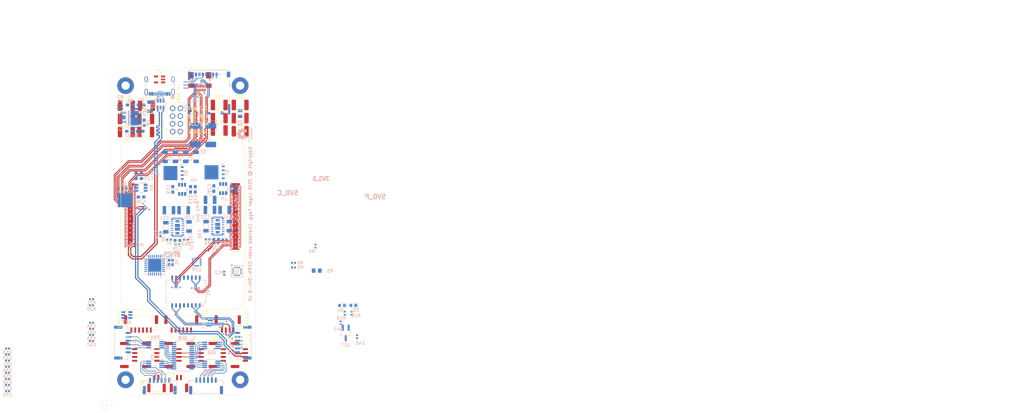
<source format=kicad_pcb>
(kicad_pcb (version 20241229) (generator "pcbnew") (generator_version "9.0")
  (title_block (title "compactPi") (date "2026-02-08") (rev "0") (company "Logan Fagg") (comment 1 "Licensed under CERN-OHL-S v2") (comment 2 "Copyright © 2026 Logan Fagg") (comment 3 "https://github.com/loganrf/compactPi"))
  (layers (0 "F.Cu" signal) (4 "In1.Cu" power) (6 "In2.Cu" power) (8 "In3.Cu" signal) (10 "In4.Cu" signal) (2 "B.Cu" signal) (13 "F.Paste" user) (15 "B.Paste" user) (5 "F.SilkS" user "F.Silkscreen") (7 "B.SilkS" user "B.Silkscreen") (1 "F.Mask" user) (3 "B.Mask" user) (25 "Edge.Cuts" user))
  (net 0 "")
  (net 1 "GND")
  (net 2 "/CM5_GPIO ( Ethernet, GPIO, SDCARD)/VBAT")
  (net 3 "/CM5_GPIO ( Ethernet, GPIO, SDCARD)/SD_PWR")
  (net 6 "/CM5_HighSpeed/HDMI_5v")
  (net 7 "Net-(U14-VLDOIN)")
  (net 8 "Net-(U3-VIN_3V3)")
  (net 9 "/CM5_HighSpeed/USBOTG_ID")
  (net 10 "Net-(U7-VCAP)")
  (net 11 "/CM5_GPIO ( Ethernet, GPIO, SDCARD)/EEPROM_nWP")
  (net 12 "/CM5_GPIO ( Ethernet, GPIO, SDCARD)/SYNC_OUT")
  (net 13 "Net-(U13-VLDOIN)")
  (net 14 "Net-(U4-VCAP)")
  (net 15 "/+3.3v")
  (net 16 "/CM5_GPIO ( Ethernet, GPIO, SDCARD)/PMIC_ENABLE")
  (net 17 "/CM5_GPIO ( Ethernet, GPIO, SDCARD)/PWR_BUT")
  (net 18 "Net-(U9-VCAP)")
  (net 19 "Net-(U3-LDO_1V5)")
  (net 20 "Net-(D3-K)")
  (net 21 "Net-(D4-K)")
  (net 43 "/CM5_GPIO ( Ethernet, GPIO, SDCARD)/SDA0")
  (net 44 "/CM5_GPIO ( Ethernet, GPIO, SDCARD)/SCL0")
  (net 46 "/CM5_HighSpeed/PCIE_RX_N")
  (net 47 "/CM5_HighSpeed/PCIE_RX_P")
  (net 49 "/CM5_HighSpeed/PCIE_TX_N")
  (net 51 "/CM5_HighSpeed/PCIE_TX_P")
  (net 52 "/CM5_HighSpeed/PCIE_nCLKREQ")
  (net 53 "/CM5_HighSpeed/PCIE_CLK_N")
  (net 54 "/CM5_HighSpeed/PCIE_CLK_P")
  (net 68 "/CM5_GPIO ( Ethernet, GPIO, SDCARD)/CAM_GPIO0")
  (net 69 "/CM5_GPIO ( Ethernet, GPIO, SDCARD)/CAM_GPIO1")
  (net 71 "/CM5_GPIO ( Ethernet, GPIO, SDCARD)/ID_SC")
  (net 72 "/CM5_GPIO ( Ethernet, GPIO, SDCARD)/ID_SD")
  (net 73 "/CM5_GPIO ( Ethernet, GPIO, SDCARD)/SD_DAT1")
  (net 74 "/CM5_GPIO ( Ethernet, GPIO, SDCARD)/SD_DAT0")
  (net 75 "/CM5_GPIO ( Ethernet, GPIO, SDCARD)/SD_CLK")
  (net 76 "/CM5_GPIO ( Ethernet, GPIO, SDCARD)/SD_CMD")
  (net 77 "/CM5_GPIO ( Ethernet, GPIO, SDCARD)/SD_DAT3")
  (net 78 "/CM5_GPIO ( Ethernet, GPIO, SDCARD)/SD_DAT2")
  (net 79 "/CM5_GPIO ( Ethernet, GPIO, SDCARD)/GPIO2")
  (net 80 "/CM5_GPIO ( Ethernet, GPIO, SDCARD)/GPIO3")
  (net 81 "/CM5_GPIO ( Ethernet, GPIO, SDCARD)/GPIO4")
  (net 82 "/CM5_GPIO ( Ethernet, GPIO, SDCARD)/GPIO14")
  (net 83 "/CM5_GPIO ( Ethernet, GPIO, SDCARD)/GPIO15")
  (net 84 "/CM5_GPIO ( Ethernet, GPIO, SDCARD)/GPIO17")
  (net 85 "/CM5_GPIO ( Ethernet, GPIO, SDCARD)/GPIO18")
  (net 86 "/CM5_GPIO ( Ethernet, GPIO, SDCARD)/GPIO27")
  (net 87 "/CM5_GPIO ( Ethernet, GPIO, SDCARD)/GPIO22")
  (net 88 "/CM5_GPIO ( Ethernet, GPIO, SDCARD)/GPIO23")
  (net 89 "/CM5_GPIO ( Ethernet, GPIO, SDCARD)/GPIO24")
  (net 90 "/CM5_GPIO ( Ethernet, GPIO, SDCARD)/GPIO10")
  (net 91 "/CM5_GPIO ( Ethernet, GPIO, SDCARD)/GPIO9")
  (net 92 "/CM5_GPIO ( Ethernet, GPIO, SDCARD)/GPIO25")
  (net 93 "/CM5_GPIO ( Ethernet, GPIO, SDCARD)/GPIO11")
  (net 94 "/CM5_GPIO ( Ethernet, GPIO, SDCARD)/GPIO8")
  (net 95 "/CM5_GPIO ( Ethernet, GPIO, SDCARD)/GPIO7")
  (net 96 "/CM5_GPIO ( Ethernet, GPIO, SDCARD)/GPIO5")
  (net 97 "/CM5_GPIO ( Ethernet, GPIO, SDCARD)/GPIO6")
  (net 98 "/CM5_GPIO ( Ethernet, GPIO, SDCARD)/GPIO12")
  (net 99 "/CM5_GPIO ( Ethernet, GPIO, SDCARD)/GPIO13")
  (net 100 "/CM5_GPIO ( Ethernet, GPIO, SDCARD)/GPIO19")
  (net 101 "/CM5_GPIO ( Ethernet, GPIO, SDCARD)/GPIO16")
  (net 102 "/CM5_GPIO ( Ethernet, GPIO, SDCARD)/GPIO26")
  (net 103 "/CM5_GPIO ( Ethernet, GPIO, SDCARD)/GPIO20")
  (net 104 "/CM5_GPIO ( Ethernet, GPIO, SDCARD)/GPIO21")
  (net 110 "/CC1")
  (net 111 "/USB2_P")
  (net 112 "/USB2_N")
  (net 114 "/CC2")
  (net 116 "/CM5_HighSpeed/USB3-0-RX_N")
  (net 117 "/CM5_HighSpeed/USB3-0-RX_P")
  (net 118 "/CM5_HighSpeed/USB3-0-TX_N")
  (net 119 "/CM5_HighSpeed/USB3-0-TX_P")
  (net 120 "/CM5_HighSpeed/USB3-1-D_N")
  (net 121 "/CM5_HighSpeed/USB3-1-D_P")
  (net 122 "/CM5_HighSpeed/USB3-1-RX_N")
  (net 123 "/CM5_HighSpeed/USB3-1-RX_P")
  (net 124 "/CM5_HighSpeed/USB3-1-TX_N")
  (net 125 "/CM5_HighSpeed/USB3-1-TX_P")
  (net 126 "/CM5_GPIO ( Ethernet, GPIO, SDCARD)/TACHO")
  (net 127 "/CM5_GPIO ( Ethernet, GPIO, SDCARD)/PWM")
  (net 128 "/CM5_HighSpeed/DPHY1_D3_N")
  (net 129 "/CM5_HighSpeed/DPHY1_D3_P")
  (net 131 "/CM5_HighSpeed/HDMI0_HOTPLUG")
  (net 132 "/CM5_HighSpeed/HDMI0_SDA")
  (net 133 "/CM5_HighSpeed/HDMI0_SCL")
  (net 135 "/CM5_HighSpeed/HDMI0_CEC")
  (net 136 "/CM5_HighSpeed/HDMI0_CK_N")
  (net 137 "/CM5_HighSpeed/HDMI0_CK_P")
  (net 138 "/CM5_HighSpeed/HDMI0_D0_N")
  (net 139 "/CM5_HighSpeed/HDMI0_D0_P")
  (net 140 "/CM5_HighSpeed/HDMI0_D1_N")
  (net 141 "/CM5_HighSpeed/HDMI0_D1_P")
  (net 142 "/CM5_HighSpeed/HDMI0_D2_N")
  (net 143 "/CM5_HighSpeed/HDMI0_D2_P")
  (net 144 "/CM5_GPIO ( Ethernet, GPIO, SDCARD)/TRD1_P")
  (net 145 "/CM5_GPIO ( Ethernet, GPIO, SDCARD)/TRD1_N")
  (net 146 "/CM5_GPIO ( Ethernet, GPIO, SDCARD)/TRD0_N")
  (net 147 "/CM5_GPIO ( Ethernet, GPIO, SDCARD)/TRD0_P")
  (net 148 "/CM5_GPIO ( Ethernet, GPIO, SDCARD)/ETH_LEDY")
  (net 149 "/CM5_GPIO ( Ethernet, GPIO, SDCARD)/ETH_LEDG")
  (net 150 "Net-(Module1A-LED_nACT)")
  (net 156 "/CM5_GPIO ( Ethernet, GPIO, SDCARD)/SD_PWR_ON")
  (net 157 "/CM5_GPIO ( Ethernet, GPIO, SDCARD)/GPIO_VREF")
  (net 158 "/CM5_GPIO ( Ethernet, GPIO, SDCARD)/+1.8v")
  (net 159 "/CM5_GPIO ( Ethernet, GPIO, SDCARD)/nPWR_LED")
  (net 160 "/CM5_HighSpeed/PCIE_PWR_EN")
  (net 161 "/CM5_HighSpeed/PCIE_nWAKE")
  (net 162 "/CM5_HighSpeed/PCIE_nRST")
  (net 163 "/VBUS")
  (net 183 "Net-(U3-DRAIN_PAD)")
  (net 191 "Net-(U4-GATE)")
  (net 192 "Net-(U5-G)")
  (net 193 "Net-(U8-G)")
  (net 243 "/Power/V_AUX")
  (net 244 "/Power/V_BATT")
  (net 245 "/Power/V_USB")
  (net 247 "/5V0_PERIPHERAL")
  (net 255 "Net-(U19-GND-Pad10)")
  (net 259 "/VBUS_EN")
  (net 261 "/Power/I2Cc_SDA")
  (net 268 "/Power/I2Cc_SCL")
  (net 273 "/Power/USB_LDO_3V3")
  (net 284 "/CM5_GPIO ( Ethernet, GPIO, SDCARD)/TRD0_TX_P")
  (net 286 "/CM5_GPIO ( Ethernet, GPIO, SDCARD)/TRD1_RX_N")
  (net 287 "/CM5_GPIO ( Ethernet, GPIO, SDCARD)/TRD1_RX_P")
  (net 288 "/Power/5V0_C_VCC")
  (net 289 "/Power/5V0_P_VCC")
  (net 290 "/Power/5V0_C_FB")
  (net 291 "/Power/5V0_C_RT")
  (net 292 "/Power/5V0_P_RT")
  (net 293 "/Power/5V0_P_FB")
  (net 294 "/Power/5V0_EN")
  (net 323 "Net-(U21-OSC2)")
  (net 324 "Net-(U21-OSC1)")
  (net 325 "Net-(TR1-C_RD)")
  (net 326 "Net-(C56-Pad1)")
  (net 331 "Net-(TR1-C_TX)")
  (net 333 "Net-(TR1-C_RX)")
  (net 336 "/CM5_GPIO ( Ethernet, GPIO, SDCARD)/TRD0_TX_N")
  (net 338 "/USB2a_P")
  (net 339 "/USB2a_N")
  (net 340 "/Power/USB_DP")
  (net 341 "/Power/USB_DM")
  (net 354 "Net-(U15-VDD)")
  (net 369 "Net-(J7-Pin_3)")
  (net 370 "/CM5_GPIO ( Ethernet, GPIO, SDCARD)/+5V")
  (net 372 "Net-(J7-Pin_2)")
  (net 377 "Net-(J16-Pin_5)")
  (net 378 "Net-(J16-Pin_4)")
  (net 379 "Net-(J16-Pin_2)")
  (net 380 "Net-(J16-Pin_3)")
  (net 381 "Net-(J17-Pin_5)")
  (net 382 "Net-(J17-Pin_4)")
  (net 383 "Net-(J17-Pin_2)")
  (net 384 "Net-(J17-Pin_3)")
  (net 385 "Net-(J18-Pin_3)")
  (net 386 "Net-(J18-Pin_5)")
  (net 387 "Net-(J18-Pin_4)")
  (net 388 "Net-(J18-Pin_2)")
  (net 389 "Net-(J19-Pin_3)")
  (net 390 "Net-(J19-Pin_4)")
  (net 391 "Net-(J19-Pin_2)")
  (net 392 "Net-(J19-Pin_5)")
  (net 393 "/Autopilot IO/PWM_13_PR")
  (net 394 "/Autopilot IO/PWM_09_PR")
  (net 395 "/Autopilot IO/PWM_03_PR")
  (net 396 "/Autopilot IO/PWM_14_PR")
  (net 397 "/Autopilot IO/PWM_04_PR")
  (net 398 "/Autopilot IO/PWM_11_PR")
  (net 399 "/Autopilot IO/PWM_02_PR")
  (net 400 "/Autopilot IO/PWM_06_PR")
  (net 401 "/Autopilot IO/PWM_10_PR")
  (net 402 "/Autopilot IO/PWM_01_PR")
  (net 403 "/Autopilot IO/PWM_08_PR")
  (net 404 "/Autopilot IO/PWM_05_PR")
  (net 405 "/Autopilot IO/PWM_PR_00")
  (net 406 "/Autopilot IO/PWM_15_PR")
  (net 407 "/Autopilot IO/PWM_07_PR")
  (net 408 "/Autopilot IO/PWM_12_PR")
  (footprint "Package_TO_SOT_SMD:SOT-23-5" (layer "F.Cu") (at 117.5 47.7 180)
    (property "Reference" "U1")
    (property "Value" "RT9742GGJ5")
  )
  (footprint "Connector_JST:JST_GH_BM04B-GHS-TBT_1x04-1MP_P1.25mm_Vertical" (layer "F.Cu") (at 139.5 126.7)
    (property "Reference" "J5")
    (property "Value" "Conn_01x04_MountingPin" (hide yes))
  )
  (footprint "Capacitor_SMD:C_1812_4532Metric" (layer "F.Cu") (at 143.5 55.95)
    (property "Reference" "C50")
    (property "Value" "6.8uF")
  )
  (footprint "Capacitor_SMD:C_1812_4532Metric" (layer "F.Cu") (at 113.25 56.2)
    (property "Reference" "C49")
    (property "Value" "6.8uF")
  )
  (footprint "Connector_JST:JST_GH_BM04B-GHS-TBT_1x04-1MP_P1.25mm_Vertical" (layer "F.Cu") (at 143.25 136.7 90)
    (property "Reference" "J11")
    (property "Value" "Conn_01x04_MountingPin" (hide yes))
  )
  (footprint "Connector_JST:JST_GH_BM04B-GHS-TBT_1x04-1MP_P1.25mm_Vertical" (layer "F.Cu") (at 114.65 136.7 90)
    (property "Reference" "J6")
    (property "Value" "Conn_01x04_MountingPin" (hide yes))
  )
  (footprint "Capacitor_SMD:C_1812_4532Metric" (layer "F.Cu") (at 106.75 56.2)
    (property "Reference" "C48")
    (property "Value" "6.8uF")
  )
  (footprint "Connector_JST:JST_GH_BM04B-GHS-TBT_1x04-1MP_P1.25mm_Vertical" (layer "F.Cu") (at 121.8 136.7 90)
    (property "Reference" "J7")
    (property "Value" "Conn_01x04_MountingPin" (hide yes))
  )
  (footprint "Capacitor_SMD:C_1812_4532Metric" (layer "F.Cu") (at 143.5 60.2)
    (property "Reference" "C43")
    (property "Value" "6.8uF")
  )
  (footprint "SiGe_Lib:CONN_SD-105310-100_08_MOL" (layer "F.Cu") (at 121.6851 57.0549 -90)
    (property "Reference" "J1")
    (property "Value" "1053101208")
  )
  (footprint "Connector_JST:JST_GH_BM04B-GHS-TBT_1x04-1MP_P1.25mm_Vertical" (layer "F.Cu") (at 128.95 136.7 90)
    (property "Reference" "J8")
    (property "Value" "Conn_01x04_MountingPin" (hide yes))
  )
  (footprint "Connector_JST:JST_GH_BM04B-GHS-TBT_1x04-1MP_P1.25mm_Vertical" (layer "F.Cu") (at 136.1 136.7 90)
    (property "Reference" "J9")
    (property "Value" "Conn_01x04_MountingPin" (hide yes))
  )
  (footprint "Capacitor_SMD:C_1812_4532Metric" (layer "F.Cu") (at 136.75 64.2)
    (property "Reference" "C2")
    (property "Value" "6.8uF")
  )
  (footprint "Capacitor_SMD:C_1812_4532Metric" (layer "F.Cu") (at 143.5 64.45)
    (property "Reference" "C45")
    (property "Value" "6.8uF")
  )
  (footprint "Capacitor_SMD:C_1812_4532Metric" (layer "F.Cu") (at 136.75 55.95)
    (property "Reference" "C51")
    (property "Value" "6.8uF")
  )
  (footprint "Connector_JST:JST_GH_BM04B-GHS-TBT_1x04-1MP_P1.25mm_Vertical" (layer "F.Cu") (at 107.5 136.7 90)
    (property "Reference" "J3")
    (property "Value" "Conn_01x04_MountingPin" (hide yes))
  )
  (footprint "Capacitor_SMD:C_1812_4532Metric" (layer "F.Cu") (at 106.75 60.45 180)
    (property "Reference" "C46")
    (property "Value" "6.8uF")
  )
  (footprint "Capacitor_SMD:C_1812_4532Metric" (layer "F.Cu") (at 106.75 64.7 180)
    (property "Reference" "C1")
    (property "Value" "6.8uF")
  )
  (footprint "Connector_JST:JST_GH_BM06B-GHS-TBT_1x06-1MP_P1.25mm_Vertical" (layer "F.Cu") (at 124.5 126.7)
    (property "Reference" "J10")
    (property "Value" "Conn_01x06_MountingPin" (hide yes))
  )
  (footprint "Connector_JST:JST_GH_BM02B-GHS-TBT_1x02-1MP_P1.25mm_Vertical" (layer "F.Cu") (at 116.5 145.95 180)
    (property "Reference" "J12")
    (property "Value" "Conn_01x02_MountingPin" (hide yes))
  )
  (footprint "MountingHole:MountingHole_2.7mm_Pad_TopBottom" (layer "F.Cu") (at 143.5 144.7)
    (property "Reference" "H4" (hide yes))
    (property "Value" "MountingHole_Pad" (hide yes))
  )
  (footprint "Connector_JST:JST_GH_BM02B-GHS-TBT_1x02-1MP_P1.25mm_Vertical" (layer "F.Cu") (at 123.75 145.95 180)
    (property "Reference" "J13")
    (property "Value" "Conn_01x02_MountingPin" (hide yes))
  )
  (footprint "MountingHole:MountingHole_2.7mm_Pad_TopBottom" (layer "F.Cu") (at 106.5 144.7)
    (property "Reference" "H3" (hide yes))
    (property "Value" "MountingHole_Pad" (hide yes))
  )
  (footprint "Capacitor_SMD:C_1812_4532Metric" (layer "F.Cu") (at 113 64.7)
    (property "Reference" "C44")
    (property "Value" "6.8uF")
  )
  (footprint "Connector_Video:HDMI_Micro-D_Molex_46765-0xxx" (layer "F.Cu") (at 130.5 46.35 180)
    (property "Reference" "J2")
    (property "Value" "HDMI_A_1.4")
  )
  (footprint "MountingHole:MountingHole_2.7mm_Pad_TopBottom" (layer "F.Cu") (at 143.5 49.7)
    (property "Reference" "H2" (hide yes))
    (property "Value" "MountingHole_Pad" (hide yes))
  )
  (footprint "Capacitor_SMD:C_1812_4532Metric" (layer "F.Cu") (at 136.75 60.2)
    (property "Reference" "C47")
    (property "Value" "6.8uF")
  )
  (footprint "MountingHole:MountingHole_2.7mm_Pad_TopBottom" (layer "F.Cu") (at 106.5 49.7)
    (property "Reference" "H1" (hide yes))
    (property "Value" "MountingHole_Pad" (hide yes))
  )
  (footprint "CM5IO:Raspberry-Pi-5-Compute-Module" (layer "F.Cu") (at 141.5 70.5 180)
    (property "Reference" "Module1")
    (property "Value" "ComputeModule5-CM5")
  )
  (footprint "Capacitor_SMD:C_1812_4532Metric" (layer "F.Cu") (at 113 60.45)
    (property "Reference" "C42")
    (property "Value" "6.8uF")
  )
  (footprint "Connector_JST:JST_GH_BM06B-GHS-TBT_1x06-1MP_P1.25mm_Vertical" (layer "F.Cu") (at 111.5 126.7)
    (property "Reference" "J4")
    (property "Value" "Conn_01x06_MountingPin" (hide yes))
  )
  (footprint "Capacitor_SMD:C_0805_2012Metric" (layer "B.Cu") (at 143.5 58.7 90)
    (property "Reference" "C3")
    (property "Value" "10u")
  )
  (footprint "Capacitor_SMD:C_0402_1005Metric" (layer "B.Cu") (at 175.95 126.3 -90)
    (property "Reference" "C41")
    (property "Value" "100n")
  )
  (footprint "Capacitor_SMD:C_0402_1005Metric" (layer "B.Cu") (at 181.3 130.8 -90)
    (property "Reference" "C40")
    (property "Value" "100n")
  )
  (footprint "Resistor_SMD:R_0402_1005Metric" (layer "B.Cu") (at 177.3 123.2 -90)
    (property "Reference" "R19")
    (property "Value" "1k")
  )
  (footprint "Package_TO_SOT_SMD:TSOT-23_HandSoldering" (layer "B.Cu") (at 177.6 129.6 -90)
    (property "Reference" "U17")
    (property "Value" "RT9742SNGV")
  )
  (footprint "LED_SMD:LED_0603_1608Metric" (layer "B.Cu") (at 180.05 120.7 180)
    (property "Reference" "D3")
    (property "Value" "LED Green")
  )
  (footprint "Connector_USB:USB_C_Receptacle_GCT_USB4105-xx-A_16P_TopMnt_Horizontal" (layer "B.Cu") (at 117.5 48.7)
    (property "Reference" "J15")
    (property "Value" "USB_C_Receptacle_USB2.0")
  )
  (footprint "LED_SMD:LED_0603_1608Metric" (layer "B.Cu") (at 176.4 120.7 180)
    (property "Reference" "D4")
    (property "Value" "LED Red")
  )
  (footprint "Resistor_SMD:R_0402_1005Metric" (layer "B.Cu") (at 179.5 123.2 -90)
    (property "Reference" "R18")
    (property "Value" "1k")
  )
  (footprint "Package_SO:TSSOP-28_4.4x9.7mm_P0.65mm" (layer "B.Cu") (at 125 136.95 180)
    (property "Reference" "U18")
    (property "Value" "PCA9685PW")
  )
  (footprint "Resistor_SMD:R_0402_1005Metric" (layer "B.Cu") (at 160.75 108.45)
    (property "Reference" "R5")
    (property "Value" "2.2K 1%")
  )
  (footprint "Resistor_SMD:R_0402_1005Metric" (layer "B.Cu") (at 160.75 106.95)
    (property "Reference" "R6")
    (property "Value" "2.2K 1%")
  )
  (footprint "Resistor_SMD:R_0805_2012Metric_Pad1.20x1.40mm_HandSolder" (layer "B.Cu") (at 168.25 109.45)
    (property "Reference" "R3")
    (property "Value" "0R")
  )
  (footprint "CM5IO:SDCARD_MOLEX_503398-1892" (layer "B.Cu") (at 133.5 51.7 180)
    (property "Reference" "J14")
    (property "Value" "Micro_SD_Card_Det")
  )
  (footprint "SiGe_Lib:BGA4_WL-CSP_AKM" (layer "B.Cu") (at 122.6 104.4 180)
    (property "Reference" "U15")
    (property "Value" "AK09918C")
  )
  (footprint "Resistor_SMD:R_0402_1005Metric" (layer "B.Cu") (at 138.374006 110.312322 90)
    (property "Reference" "R12")
    (property "Value" "2.2K 1%")
  )
  (footprint "Capacitor_SMD:C_0402_1005Metric" (layer "B.Cu") (at 68.3775 138.55)
    (property "Reference" "C61")
    (property "Value" "100nF")
  )
  (footprint "Resistor_SMD:R_0402_1005Metric" (layer "B.Cu") (at 95.52 120.66)
    (property "Reference" "R20")
    (property "Value" "75")
  )
  (footprint "Capacitor_SMD:C_0402_1005Metric" (layer "B.Cu") (at 68.3775 140.52)
    (property "Reference" "C60")
    (property "Value" "100nF")
  )
  (footprint "Capacitor_SMD:C_0402_1005Metric" (layer "B.Cu") (at 95.5 128.26)
    (property "Reference" "C54")
    (property "Value" "100nF")
  )
  (footprint "Connector_JST:JST_GH_SM06B-GHS-TB_1x06-1MP_P1.25mm_Horizontal" (layer "B.Cu") (at 144.5 132.7 -90)
    (property "Reference" "J16")
    (property "Value" "Conn_01x06_MountingPin")
  )
  (footprint "Capacitor_SMD:C_1210_3225Metric" (layer "B.Cu") (at 120.5 89.95 180)
    (property "Reference" "C11")
    (property "Value" "47uF")
  )
  (footprint "SiGe_Lib:DBV0006A_M" (layer "B.Cu") (at 138 82.95 90)
    (property "Reference" "U7")
    (property "Value" "LM74700QDBVRQ1")
  )
  (footprint "Resistor_SMD:R_0402_1005Metric_Pad0.72x0.64mm_HandSolder" (layer "B.Cu") (at 104.75 56.2)
    (property "Reference" "R2")
    (property "Value" "R_US")
  )
  (footprint "Capacitor_SMD:C_0402_1005Metric" (layer "B.Cu") (at 68.3775 134.61)
    (property "Reference" "C63")
    (property "Value" "10uF")
  )
  (footprint "Connector_JST:JST_GH_SM06B-GHS-TB_1x06-1MP_P1.25mm_Horizontal" (layer "B.Cu") (at 132.5 146.7 180)
    (property "Reference" "J19")
    (property "Value" "Conn_01x06_MountingPin")
  )
  (footprint "Capacitor_SMD:C_0402_1005Metric" (layer "B.Cu") (at 68.3775 146.43)
    (property "Reference" "C57")
    (property "Value" "100nF")
  )
  (footprint "Diode_SMD:D_SMA_Handsoldering" (layer "B.Cu") (at 131.5 62.7 180)
    (property "Reference" "D2")
    (property "Value" "SMAJ26A")
  )
  (footprint "Package_LGA:LGA-16_3x3mm_P0.5mm_LayoutBorder3x5y" (layer "B.Cu") (at 129.5 106.7)
    (property "Reference" "U19")
    (property "Value" "ICM-20602")
  )
  (footprint "Capacitor_SMD:C_1210_3225Metric" (layer "B.Cu") (at 125.25 89.95)
    (property "Reference" "C20")
    (property "Value" "47uF")
  )
  (footprint "Capacitor_SMD:C_1206_3216Metric" (layer "B.Cu") (at 129.3 72.7 -90)
    (property "Reference" "C12")
    (property "Value" "4.7uF")
  )
  (footprint "Resistor_SMD:R_0402_1005Metric_Pad0.72x0.64mm_HandSolder" (layer "B.Cu") (at 104.75 57.2)
    (property "Reference" "R1")
    (property "Value" "R_US")
  )
  (footprint "SiGe_Lib:10LGA_2X2X0p75_BOS" (layer "B.Cu") (at 120.2 104.3)
    (property "Reference" "U25")
    (property "Value" "BMP390")
  )
  (footprint "Package_DFN_QFN:DFN-8-1EP_3x2mm_P0.5mm_EP1.3x1.5mm" (layer "B.Cu") (at 105.75 59.95 90)
    (property "Reference" "U2")
    (property "Value" "AT24CS64-MAHM")
  )
  (footprint "SiGe_Lib:DQJ0008A" (layer "B.Cu") (at 135.25 77.7 180)
    (property "Reference" "U5")
    (property "Value" "CSD18511Q5A")
  )
  (footprint "Resistor_SMD:R_0402_1005Metric_Pad0.72x0.64mm_HandSolder" (layer "B.Cu") (at 138.5 99.35 180)
    (property "Reference" "R10")
    (property "Value" "R_US")
  )
  (footprint "Package_SO:MSOP-8_3x3mm_P0.65mm" (layer "B.Cu") (at 116.1 139.7 180)
    (property "Reference" "RN3")
    (property "Value" "R_Pack04")
  )
  (footprint "Resistor_SMD:R_0402_1005Metric_Pad0.72x0.64mm_HandSolder" (layer "B.Cu") (at 123.25 100.95 180)
    (property "Reference" "R8")
    (property "Value" "R_US")
  )
  (footprint "Capacitor_SMD:C_0603_1608Metric" (layer "B.Cu") (at 123.25 99.7 180)
    (property "Reference" "C29")
    (property "Value" "1uF")
  )
  (footprint "Capacitor_SMD:C_0603_1608Metric_Pad1.08x0.95mm_HandSolder" (layer "B.Cu") (at 142.25 82.95 -90)
    (property "Reference" "C10")
    (property "Value" "100nF")
  )
  (footprint "Capacitor_SMD:C_0603_1608Metric_Pad1.08x0.95mm_HandSolder" (layer "B.Cu") (at 108 55.95 180)
    (property "Reference" "C6")
    (property "Value" "100nF")
  )
  (footprint "Capacitor_SMD:C_0402_1005Metric" (layer "B.Cu") (at 68.3775 142.49)
    (property "Reference" "C59")
    (property "Value" "100nF")
  )
  (footprint "Capacitor_SMD:C_0603_1608Metric_Pad1.08x0.95mm_HandSolder" (layer "B.Cu") (at 140.75 82.95 -90)
    (property "Reference" "C9")
    (property "Value" "100nF")
  )
  (footprint "Capacitor_SMD:C_1210_3225Metric" (layer "B.Cu") (at 133.8 86.6 180)
    (property "Reference" "C4")
    (property "Value" "47uF")
  )
  (footprint "Capacitor_SMD:C_1210_3225Metric" (layer "B.Cu") (at 138.5 89.85)
    (property "Reference" "C14")
    (property "Value" "47uF")
  )
  (footprint "Capacitor_SMD:C_0603_1608Metric_Pad1.08x0.95mm_HandSolder" (layer "B.Cu") (at 111.5 85.7)
    (property "Reference" "C26")
    (property "Value" "100nF")
  )
  (footprint "Resistor_SMD:R_0402_1005Metric_Pad0.72x0.64mm_HandSolder" (layer "B.Cu") (at 120.5 99.45)
    (property "Reference" "R7")
    (property "Value" "R_US")
  )
  (footprint "Capacitor_SMD:C_0402_1005Metric" (layer "B.Cu") (at 95.5 132.2)
    (property "Reference" "C52")
    (property "Value" "C_Small_US")
  )
  (footprint "TPS25751:TPS25751D" (layer "B.Cu") (at 109.4875 61.2125 90)
    (property "Reference" "U3")
    (property "Value" "~")
  )
  (footprint "Package_SO:MSOP-8_3x3mm_P0.65mm" (layer "B.Cu") (at 134.2 139.7)
    (property "Reference" "RN2")
    (property "Value" "R_Pack04")
  )
  (footprint "Resistor_SMD:R_0402_1005Metric" (layer "B.Cu") (at 167.837952 101.531596 -90)
    (property "Reference" "R4")
    (property "Value" "10K 1%")
  )
  (footprint "Capacitor_SMD:C_1210_3225Metric" (layer "B.Cu") (at 133.75 89.85 180)
    (property "Reference" "C22")
    (property "Value" "47uF")
  )
  (footprint "Capacitor_SMD:C_0603_1608Metric_Pad1.08x0.95mm_HandSolder" (layer "B.Cu") (at 127.5 83.2 -90)
    (property "Reference" "C13")
    (property "Value" "100nF")
  )
  (footprint "Capacitor_SMD:C_0603_1608Metric_Pad1.08x0.95mm_HandSolder" (layer "B.Cu") (at 129 83.2 -90)
    (property "Reference" "C16")
    (property "Value" "100nF")
  )
  (footprint "Crystal:Crystal_SMD_2016-4Pin_2.0x1.6mm" (layer "B.Cu") (at 121.1 106.8 90)
    (property "Reference" "Y1")
    (property "Value" "Crystal_GND24_Small")
  )
  (footprint "Transformer_SMD:Transformer_Ethernet_Halo_N5_SO-16_7.11x12.7mm" (layer "B.Cu") (at 126 116.2 90)
    (property "Reference" "TR1")
    (property "Value" "TG110-E050N5xx")
  )
  (footprint "Capacitor_SMD:C_1206_3216Metric" (layer "B.Cu") (at 119.5 95.45 90)
    (property "Reference" "C30")
    (property "Value" "4.7uF")
  )
  (footprint "Resistor_SMD:R_0402_1005Metric_Pad0.72x0.64mm_HandSolder" (layer "B.Cu") (at 133 99.35 180)
    (property "Reference" "R9")
    (property "Value" "R_US")
  )
  (footprint "Capacitor_SMD:C_1206_3216Metric" (layer "B.Cu") (at 127 95.2 90)
    (property "Reference" "C31")
    (property "Value" "4.7uF")
  )
  (footprint "SiGe_Lib:DBV0006A_M" (layer "B.Cu") (at 111.5 82.7 180)
    (property "Reference" "U9")
    (property "Value" "LM74700QDBVRQ1")
  )
  (footprint "Capacitor_SMD:C_0603_1608Metric_Pad1.08x0.95mm_HandSolder" (layer "B.Cu") (at 135 82.95 -90)
    (property "Reference" "C21")
    (property "Value" "100nF")
  )
  (footprint "Capacitor_SMD:C_0603_1608Metric_Pad1.08x0.95mm_HandSolder" (layer "B.Cu") (at 121.75 83.2 -90)
    (property "Reference" "C19")
    (property "Value" "100nF")
  )
  (footprint "Capacitor_SMD:C_1206_3216Metric" (layer "B.Cu") (at 125.95 72.7 -90)
    (property "Reference" "C18")
    (property "Value" "4.7uF")
  )
  (footprint "Resistor_SMD:R_0402_1005Metric_Pad0.72x0.64mm_HandSolder" (layer "B.Cu") (at 126 99.45 180)
    (property "Reference" "R13")
    (property "Value" "R_US")
  )
  (footprint "Capacitor_SMD:C_1206_3216Metric" (layer "B.Cu") (at 132.5 95.1 90)
    (property "Reference" "C33")
    (property "Value" "4.7uF")
  )
  (footprint "Resistor_SMD:R_0402_1005Metric_Pad0.72x0.64mm_HandSolder" (layer "B.Cu") (at 117.75 97.7 -90)
    (property "Reference" "R14")
    (property "Value" "R_US")
  )
  (footprint "SiGe_Lib:B0QFN30_RDH_TEX" (layer "B.Cu") (at 123.25 95.45)
    (property "Reference" "U13")
    (property "Value" "TLVM13630RDHR")
  )
  (footprint "Capacitor_SMD:C_0603_1608Metric_Pad1.08x0.95mm_HandSolder" (layer "B.Cu") (at 112.5 61.7 90)
    (property "Reference" "C8")
    (property "Value" "100nF")
  )
  (footprint "Capacitor_SMD:C_0603_1608Metric_Pad1.08x0.95mm_HandSolder" (layer "B.Cu") (at 110.75 77.95)
    (property "Reference" "C24")
    (property "Value" "100nF")
  )
  (footprint "SiGe_Lib:MMC5983MA_MEM" (layer "B.Cu") (at 142.5 109.7 -90)
    (property "Reference" "U20")
    (property "Value" "MMC5983MA")
  )
  (footprint "Package_TO_SOT_SMD:SOT-23-6" (layer "B.Cu") (at 117.8 55.7 -90)
    (property "Reference" "U22")
    (property "Value" "WE-TVS-82400102")
  )
  (footprint "Resistor_SMD:R_0402_1005Metric_Pad0.72x0.64mm_HandSolder" (layer "B.Cu") (at 135.75 100.6)
    (property "Reference" "R11")
    (property "Value" "R_US")
  )
  (footprint "Capacitor_SMD:C_1206_3216Metric" (layer "B.Cu") (at 114.4 56.5 -90)
    (property "Reference" "C5")
    (property "Value" "4.7uF")
  )
  (footprint "Package_SO:MSOP-8_3x3mm_P0.65mm" (layer "B.Cu") (at 134.2 133.6)
    (property "Reference" "RN1")
    (property "Value" "R_Pack04")
  )
  (footprint "Capacitor_SMD:C_0402_1005Metric" (layer "B.Cu") (at 68.3775 136.58)
    (property "Reference" "C62")
    (property "Value" "100nF")
  )
  (footprint "Capacitor_SMD:C_1206_3216Metric" (layer "B.Cu") (at 122.6 72.7 -90)
    (property "Reference" "C15")
    (property "Value" "4.7uF")
  )
  (footprint "SiGe_Lib:DBV0006A_M" (layer "B.Cu") (at 124.75 83.2 90)
    (property "Reference" "U4")
    (property "Value" "LM74700QDBVRQ1")
  )
  (footprint "Capacitor_SMD:C_0402_1005Metric" (layer "B.Cu") (at 68.3775 144.46)
    (property "Reference" "C58")
    (property "Value" "100nF")
  )
  (footprint "Capacitor_SMD:C_1206_3216Metric" (layer "B.Cu") (at 140 95.1 90)
    (property "Reference" "C28")
    (property "Value" "4.7uF")
  )
  (footprint "SiGe_Lib:DQJ0008A" (layer "B.Cu") (at 122 77.95 180)
    (property "Reference" "U6")
    (property "Value" "CSD18511Q5A")
  )
  (footprint "Diode_SMD:D_SMA_Handsoldering" (layer "B.Cu") (at 131.5 68.7)
    (property "Reference" "D1")
    (property "Value" "SMAJ26A")
  )
  (footprint "Capacitor_SMD:C_0402_1005Metric" (layer "B.Cu") (at 95.5 126.29)
    (property "Reference" "C56")
    (property "Value" "1000pF")
  )
  (footprint "Capacitor_SMD:C_0603_1608Metric_Pad1.08x0.95mm_HandSolder" (layer "B.Cu") (at 111.5 55.95)
    (property "Reference" "C7")
    (property "Value" "100nF")
  )
  (footprint "SiGe_Lib:DQJ0008A" (layer "B.Cu") (at 106.25 85.7 -90)
    (property "Reference" "U8")
    (property "Value" "CSD18511Q5A")
  )
  (footprint "Capacitor_SMD:C_0402_1005Metric" (layer "B.Cu") (at 95.5 130.23)
    (property "Reference" "C53")
    (property "Value" "C_Small_US")
  )
  (footprint "Capacitor_SMD:C_0603_1608Metric" (layer "B.Cu") (at 135.75 99.35 180)
    (property "Reference" "C32")
    (property "Value" "1uF")
  )
  (footprint "Package_TO_SOT_SMD:SOT-23-6" (layer "B.Cu") (at 106.9 123.8)
    (property "Reference" "U23")
    (property "Value" "WE-TVS-82400102")
  )
  (footprint "SiGe_Lib:B0QFN30_RDH_TEX" (layer "B.Cu") (at 136.25 95.1)
    (property "Reference" "U14")
    (property "Value" "TLVM13630RDHR")
  )
  (footprint "Connector_JST:JST_GH_SM06B-GHS-TB_1x06-1MP_P1.25mm_Horizontal" (layer "B.Cu") (at 105.5 132.7 90)
    (property "Reference" "J17")
    (property "Value" "Conn_01x06_MountingPin")
  )
  (footprint "Package_SO:MSOP-8_3x3mm_P0.65mm" (layer "B.Cu") (at 116.1 133.4 180)
    (property "Reference" "RN4")
    (property "Value" "R_Pack04")
  )
  (footprint "Capacitor_SMD:C_0603_1608Metric_Pad1.08x0.95mm_HandSolder" (layer "B.Cu") (at 107.75 64.45 180)
    (property "Reference" "C27")
    (property "Value" "100nF")
  )
  (footprint "Connector_JST:JST_GH_SM06B-GHS-TB_1x06-1MP_P1.25mm_Horizontal" (layer "B.Cu") (at 117.5 146.7 180)
    (property "Reference" "J18")
    (property "Value" "Conn_01x06_MountingPin")
  )
  (footprint "Package_DFN_QFN:QFN-28-1EP_6x6mm_P0.65mm_EP4.25x4.25mm" (layer "B.Cu") (at 115.9 107.7 90)
    (property "Reference" "U21")
    (property "Value" "MCP25625x-x-ML")
  )
  (footprint "Resistor_SMD:R_0402_1005Metric" (layer "B.Cu") (at 95.52 118.67)
    (property "Reference" "R21")
    (property "Value" "75")
  )
  (footprint "Capacitor_SMD:C_0603_1608Metric_Pad1.08x0.95mm_HandSolder" (layer "B.Cu") (at 110.75 79.7)
    (property "Reference" "C23")
    (property "Value" "100nF")
  )
  (footprint "Capacitor_SMD:C_1206_3216Metric" (layer "B.Cu") (at 119.25 72.7 -90)
    (property "Reference" "C17")
    (property "Value" "4.7uF")
  )
  (footprint "Capacitor_SMD:C_0603_1608Metric_Pad1.08x0.95mm_HandSolder" (layer "B.Cu") (at 111.25 64.45)
    (property "Reference" "C25")
    (property "Value" "100nF")
  )
  (footprint "LOGO" (layer "B.Cu") (at 144.9 65.3 -90)
    (property "Reference" "G***" (hide yes))
    (property "Value" "LOGO" (hide yes))
  )
  (footprint "Capacitor_SMD:C_0402_1005Metric" (layer "B.Cu") (at 68.3775 148.4)
    (property "Reference" "C55")
    (property "Value" "100nF")
  )
  (gr_line (start 107.5 44.7) (end 106.5 44.7) (stroke (width 0.05)) (layer "Edge.Cuts"))
  (gr_arc (start 143.5 44.7) (mid 147.035534 46.164466) (end 148.5 49.7) (stroke (width 0.05)) (layer "Edge.Cuts"))
  (gr_arc (start 148.5 144.7) (mid 147.035534 148.235534) (end 143.5 149.7) (stroke (width 0.05)) (layer "Edge.Cuts"))
  (gr_line (start 143.5 44.7) (end 142.5 44.7) (stroke (width 0.05)) (layer "Edge.Cuts"))
  (gr_line (start 148.5 49.7) (end 148.5 144.7) (stroke (width 0.05)) (layer "Edge.Cuts"))
  (gr_line (start 101.5 49.7) (end 101.5 144.7) (stroke (width 0.05)) (layer "Edge.Cuts"))
  (gr_line (start 107.5 149.7) (end 106.5 149.7) (stroke (width 0.05)) (layer "Edge.Cuts"))
  (gr_line (start 107.5 44.7) (end 142.5 44.7) (stroke (width 0.05)) (layer "Edge.Cuts"))
  (gr_arc (start 106.5 149.7) (mid 102.964466 148.235534) (end 101.5 144.7) (stroke (width 0.05)) (layer "Edge.Cuts"))
  (gr_line (start 107.5 149.7) (end 142.5 149.7) (stroke (width 0.05)) (layer "Edge.Cuts"))
  (gr_arc (start 101.5 49.7) (mid 102.964466 46.164466) (end 106.5 44.7) (stroke (width 0.05)) (layer "Edge.Cuts"))
  (gr_line (start 142.5 149.7) (end 143.5 149.7) (stroke (width 0.05)) (layer "Edge.Cuts"))
  (gr_text "ADC" (at 134 131.7 0) (layer "F.SilkS") (effects (font (size 1 1)) (justify left bottom)))
  (gr_text "UART1" (at 105 128.2 90) (layer "F.SilkS") (effects (font (size 1 1)) (justify left bottom)))
  (gr_text "ETHER" (at 144.75 124.2 270) (layer "F.SilkS") (effects (font (size 1 1)) (justify left bottom)))
  (gr_text "VAUX/G" (at 126.7 65.2 0) (layer "F.SilkS") (effects (font (size 1 1) (thickness 0.2) (bold yes)) (justify left bottom)))
  (gr_text "VBATT/G" (at 126.5 57.6 0) (layer "F.SilkS") (effects (font (size 1 1) (thickness 0.2) (bold yes)) (justify left bottom)))
  (gr_text "I2C" (at 109.25 131.7 0) (layer "F.SilkS") (effects (font (size 1 1)) (justify left bottom)))
  (gr_text "LEAK" (at 112.25 148.2 90) (layer "F.SilkS") (effects (font (size 1 1)) (justify left bottom)))
  (gr_text "UART2" (at 131 123.7 270) (layer "F.SilkS") (effects (font (size 1 1)) (justify left bottom)))
  (gr_text "Pwr In" (at 124.2 54.8 90) (layer "F.SilkS") (effects (font (size 1 1) (thickness 0.2) (bold yes)) (justify left bottom)))
  (gr_text "SCL/SDA" (at 126.6 62.7 0) (layer "F.SilkS") (effects (font (size 1 1) (thickness 0.2) (bold yes)) (justify left bottom)))
  (gr_text "SCL/SDA" (at 126.5 60.2 0) (layer "F.SilkS") (effects (font (size 1 1) (thickness 0.2) (bold yes)) (justify left bottom)))
  (gr_text "CAN" (at 123.5 131.7 0) (layer "F.SilkS") (effects (font (size 1 1)) (justify left bottom)))
  (gr_text "USB" (at 141.25 131.7 0) (layer "F.SilkS") (effects (font (size 1 1)) (justify left bottom)))
  (gr_text "3V3_S" (at 172.5 80.45 0) (layer "B.SilkS") (effects (font (size 1.2 1.2) (thickness 0.3) (bold yes)) (justify left bottom mirror)))
  (gr_text "5V0_C" (at 162.5 85.2 0) (layer "B.SilkS") (effects (font (size 1.5 1.5) (thickness 0.3) (bold yes)) (justify left bottom mirror)))
  (gr_text "5V0_P" (at 190.75 86.45 0) (layer "B.SilkS") (effects (font (size 1.5 1.5) (thickness 0.3) (bold yes)) (justify left bottom mirror)))
  (gr_text "5V0 Periph" (at 142.25 89.45 270) (layer "B.SilkS") (effects (font (size 1 1)) (justify mirror)))
  (gr_text "3V3 Sys" (at 109.5 101.2 0) (layer "B.SilkS") (effects (font (size 1 1)) (justify mirror)))
  (gr_text "Copyright © 2026 Logan Fagg, Licensed under CERN-OHL-S v2" (at 147.3 69.3 90) (layer "B.SilkS") (effects (font (size 1 1) (thickness 0.2) (bold yes)) (justify left bottom mirror)))
  (gr_text "5V0 Core" (at 129.25 93.911252 270) (layer "B.SilkS") (effects (font (size 1 1)) (justify left bottom mirror)))
  (target plus (at 100.25 152.95) (size 5) (width 0.05) (layer "Edge.Cuts"))
  (segment (start 127.84 49.9) (end 127.65 49.71) (width 0.13) (layer "F.Cu") (net 1))
  (segment (start 129.5 51.125) (end 129.5 52.6) (width 0.13) (layer "F.Cu") (net 1))
  (segment (start 131.9 51.125) (end 131.9 52.2) (width 0.13) (layer "F.Cu") (net 1))
  (segment (start 129.5 52.6) (end 129.5 53.1) (width 0.13) (layer "F.Cu") (net 1))
  (segment (start 128.9 49.9) (end 127.84 49.9) (width 0.13) (layer "F.Cu") (net 1))
  (segment (start 129.5 53.1) (end 129.9 53.5) (width 0.13) (layer "F.Cu") (net 1))
  (via (at 109 81.2) (size 0.5) (drill 0.3) (layers "F.Cu" "B.Cu") (net 1))
  (via (at 108 97.2) (size 0.5) (drill 0.3) (layers "F.Cu" "B.Cu") (net 1))
  (via (at 117.2 78.2) (size 0.3) (drill 0.25) (layers "F.Cu" "B.Cu") (net 1))
  (via (at 114.1 89.7) (size 0.5) (drill 0.3) (layers "F.Cu" "B.Cu") (net 1))
  (via (at 131.9 52.2) (size 0.5) (drill 0.3) (layers "F.Cu" "B.Cu") (net 1))
  (via (at 129.7 54.6) (size 0.3) (drill 0.25) (layers "F.Cu" "B.Cu") (net 1))
  (via (at 136.9 127.7) (size 0.45) (drill 0.2) (layers "F.Cu" "B.Cu") (net 1))
  (via (at 142 89.7) (size 0.5) (drill 0.3) (layers "F.Cu" "B.Cu") (net 1))
  (via (at 128.1 54.6) (size 0.3) (drill 0.25) (layers "F.Cu" "B.Cu") (net 1))
  (via (at 108 94.2) (size 0.5) (drill 0.3) (layers "F.Cu" "B.Cu") (net 1))
  (via (at 130.3 115.1) (size 0.45) (drill 0.2) (layers "F.Cu" "B.Cu") (net 1))
  (via (at 108 95.7) (size 0.5) (drill 0.3) (layers "F.Cu" "B.Cu") (net 1))
  (via (at 139.8 136.2) (size 0.5) (drill 0.3) (layers "F.Cu" "B.Cu") (net 1))
  (via (at 112.2 87.9) (size 0.5) (drill 0.3) (layers "F.Cu" "B.Cu") (net 1))
  (via (at 142 95.7) (size 0.5) (drill 0.3) (layers "F.Cu" "B.Cu") (net 1))
  (via (at 142 100.2) (size 0.5) (drill 0.3) (layers "F.Cu" "B.Cu") (net 1))
  (via (at 138.1 129.9) (size 0.45) (drill 0.2) (layers "F.Cu" "B.Cu") (net 1))
  (via (at 140.9 131.3) (size 0.45) (drill 0.2) (layers "F.Cu" "B.Cu") (net 1))
  (via (at 142 85.2) (size 0.5) (drill 0.3) (layers "F.Cu" "B.Cu") (net 1))
  (via (at 142 88.2) (size 0.5) (drill 0.3) (layers "F.Cu" "B.Cu") (net 1))
  (via (at 142 97.2) (size 0.5) (drill 0.3) (layers "F.Cu" "B.Cu") (net 1))
  (via (at 127.9 115.1) (size 0.45) (drill 0.2) (layers "F.Cu" "B.Cu") (net 1))
  (via (at 142 86.7) (size 0.5) (drill 0.3) (layers "F.Cu" "B.Cu") (net 1))
  (via (at 142 94.2) (size 0.5) (drill 0.3) (layers "F.Cu" "B.Cu") (net 1))
  (via (at 121.5 114.9) (size 0.45) (drill 0.2) (layers "F.Cu" "B.Cu") (net 1))
  (via (at 139.1 125.9) (size 0.45) (drill 0.2) (layers "F.Cu" "B.Cu") (net 1))
  (via (at 108 91.2) (size 0.5) (drill 0.3) (layers "F.Cu" "B.Cu") (net 1))
  (via (at 142 101.7) (size 0.5) (drill 0.3) (layers "F.Cu" "B.Cu") (net 1))
  (via (at 129.9 53.5) (size 0.5) (drill 0.3) (layers "F.Cu" "B.Cu") (net 1))
  (via (at 132.5 52.6) (size 0.3) (drill 0.25) (layers "F.Cu" "B.Cu") (net 1))
  (via (at 142 98.7) (size 0.5) (drill 0.3) (layers "F.Cu" "B.Cu") (net 1))
  (via (at 108 89.7) (size 0.5) (drill 0.3) (layers "F.Cu" "B.Cu") (net 1))
  (via (at 108 100.2) (size 0.5) (drill 0.3) (layers "F.Cu" "B.Cu") (net 1))
  (via (at 115.4 78.2) (size 0.3) (drill 0.25) (layers "F.Cu" "B.Cu") (net 1))
  (via (at 141.3 134) (size 0.5) (drill 0.3) (layers "F.Cu" "B.Cu") (net 1))
  (via (at 124.1 114.9) (size 0.45) (drill 0.2) (layers "F.Cu" "B.Cu") (net 1))
  (via (at 108 92.7) (size 0.5) (drill 0.3) (layers "F.Cu" "B.Cu") (net 1))
  (via (at 142 92.7) (size 0.5) (drill 0.3) (layers "F.Cu" "B.Cu") (net 1))
  (via (at 142 91.2) (size 0.5) (drill 0.3) (layers "F.Cu" "B.Cu") (net 1))
  (via (at 133.7 53.6) (size 0.3) (drill 0.25) (layers "F.Cu" "B.Cu") (net 1))
  (via (at 108 98.7) (size 0.5) (drill 0.3) (layers "F.Cu" "B.Cu") (net 1))
  (via (at 125.5 48.5) (size 0.5) (drill 0.3) (layers "F.Cu" "B.Cu") (net 73))
  (segment (start 127.7 48.3) (end 127.5 48.5) (width 0.2) (layer "B.Cu") (net 73))
  (segment (start 127.5 48.5) (end 125.5 48.5) (width 0.2) (layer "B.Cu") (net 73))
  (segment (start 128.18 47.82) (end 127.7 48.3) (width 0.2) (layer "B.Cu") (net 73))
  (segment (start 128.18 46.075) (end 128.18 47.82) (width 0.2) (layer "B.Cu") (net 73))
  (via (at 125.5 49.5) (size 0.5) (drill 0.3) (layers "F.Cu" "B.Cu") (net 74))
  (segment (start 128.3 48.3) (end 127.1 49.5) (width 0.2) (layer "B.Cu") (net 74))
  (segment (start 129.28 47.32) (end 128.3 48.3) (width 0.2) (layer "B.Cu") (net 74))
  (segment (start 127.1 49.5) (end 125.5 49.5) (width 0.2) (layer "B.Cu") (net 74))
  (segment (start 129.28 46.075) (end 129.28 47.32) (width 0.2) (layer "B.Cu") (net 74))
  (via (at 125.5 50.5) (size 0.5) (drill 0.3) (layers "F.Cu" "B.Cu") (net 75))
  (segment (start 129.9 47.3) (end 131.1 47.3) (width 0.2) (layer "B.Cu") (net 75))
  (segment (start 131.1 47.3) (end 131.48 46.92) (width 0.2) (layer "B.Cu") (net 75))
  (segment (start 125.5 50.5) (end 126.7 50.5) (width 0.2) (layer "B.Cu") (net 75))
  (segment (start 131.48 46.92) (end 131.48 46.075) (width 0.2) (layer "B.Cu") (net 75))
  (segment (start 126.7 50.5) (end 127.3 49.9) (width 0.2) (layer "B.Cu") (net 75))
  (segment (start 127.3 49.9) (end 129.9 47.3) (width 0.2) (layer "B.Cu") (net 75))
  (via (at 133.7 47.9) (size 0.5) (drill 0.3) (layers "F.Cu" "B.Cu") (net 76))
  (segment (start 133.68 46.075) (end 133.68 47.88) (width 0.2) (layer "B.Cu") (net 76))
  (segment (start 133.68 47.88) (end 133.7 47.9) (width 0.2) (layer "B.Cu") (net 76))
  (via (at 134.7 47.1) (size 0.5) (drill 0.3) (layers "F.Cu" "B.Cu") (net 77))
  (segment (start 134.78 46.075) (end 134.78 46.82) (width 0.2) (layer "B.Cu") (net 77))
  (segment (start 134.78 46.82) (end 134.7 46.9) (width 0.2) (layer "B.Cu") (net 77))
  (via (at 135.9 47.1) (size 0.5) (drill 0.3) (layers "F.Cu" "B.Cu") (net 78))
  (segment (start 135.88 46.075) (end 135.88 46.88) (width 0.2) (layer "B.Cu") (net 78))
  (segment (start 118.2 51.5) (end 117.3 51.5) (width 0.147) (layer "B.Cu") (net 111))
  (segment (start 118.75 53.65) (end 118.75 54.5625) (width 0.147) (layer "B.Cu") (net 111))
  (segment (start 118.25 52.38) (end 118.25 51.55) (width 0.147) (layer "B.Cu") (net 111))
  (segment (start 118.25 51.55) (end 118.2 51.5) (width 0.147) (layer "B.Cu") (net 111))
  (segment (start 118.25 52.38) (end 118.25 53.15) (width 0.147) (layer "B.Cu") (net 111))
  (segment (start 117.25 51.55) (end 117.25 52.38) (width 0.147) (layer "B.Cu") (net 111))
  (segment (start 117.3 51.5) (end 117.25 51.55) (width 0.147) (layer "B.Cu") (net 111))
  (segment (start 118.25 53.15) (end 118.75 53.65) (width 0.147) (layer "B.Cu") (net 111))
  (segment (start 117.6 53.3) (end 116.9 53.3) (width 0.147) (layer "B.Cu") (net 112))
  (segment (start 116.75 53.15) (end 116.75 52.38) (width 0.147) (layer "B.Cu") (net 112))
  (segment (start 117.75 53.15) (end 117.6 53.3) (width 0.147) (layer "B.Cu") (net 112))
  (segment (start 117.75 52.38) (end 117.75 53.15) (width 0.147) (layer "B.Cu") (net 112))
  (segment (start 116.75 54.4625) (end 116.85 54.5625) (width 0.147) (layer "B.Cu") (net 112))
  (segment (start 116.9 53.3) (end 116.75 53.15) (width 0.147) (layer "B.Cu") (net 112))
  (segment (start 116.75 52.38) (end 116.75 54.4625) (width 0.147) (layer "B.Cu") (net 112))
  (segment (start 112.787024 88.582537) (end 112.544638 88.824923) (width 0.364924) (layer "F.Cu") (net 120))
  (segment (start 143.924999 137.325) (end 143.675075 137.075076) (width 0.364924) (layer "F.Cu") (net 120))
  (segment (start 112.787024 88.487024) (end 112.787024 88.582537) (width 0.364924) (layer "F.Cu") (net 120))
  (segment (start 110.7 88.824923) (end 110.517461 89.007462) (width 0.2) (layer "F.Cu") (net 120))
  (segment (start 110.517461 89.007462) (end 109.54 89.007462) (width 0.2) (layer "F.Cu") (net 120))
  (segment (start 139.982537 135.212976) (end 139.887024 135.212976) (width 0.364924) (layer "F.Cu") (net 120))
  (segment (start 143.675075 137.075076) (end 141.844637 137.075076) (width 0.364924) (layer "F.Cu") (net 120))
  (segment (start 141.844637 137.075076) (end 139.982537 135.212976) (width 0.364924) (layer "F.Cu") (net 120))
  (segment (start 145.2 137.325) (end 143.924999 137.325) (width 0.364924) (layer "F.Cu") (net 120))
  (segment (start 112.544638 88.824923) (end 110.7 88.824923) (width 0.364924) (layer "F.Cu") (net 120))
  (via (at 139.887024 135.212976) (size 0.5) (drill 0.3) (layers "F.Cu" "B.Cu") (net 120))
  (via (at 112.787024 88.487024) (size 0.5) (drill 0.3) (layers "F.Cu" "B.Cu") (net 120))
  (segment (start 139.887024 135.117463) (end 138.324923 133.555362) (width 0.364924) (layer "B.Cu") (net 120))
  (segment (start 139.887024 135.212976) (end 139.887024 135.117463) (width 0.364924) (layer "B.Cu") (net 120))
  (segment (start 112.787024 88.582537) (end 112.787024 88.487024) (width 0.364924) (layer "B.Cu") (net 120))
  (segment (start 113.624923 119.255361) (end 113.624923 115.755361) (width 0.364924) (layer "B.Cu") (net 120))
  (segment (start 138.324923 133.555362) (end 138.324923 132.155361) (width 0.364924) (layer "B.Cu") (net 120))
  (segment (start 113.624923 115.755361) (end 109.724923 111.855361) (width 0.364924) (layer "B.Cu") (net 120))
  (segment (start 138.324923 132.155361) (end 136.044639 129.875077) (width 0.364924) (layer "B.Cu") (net 120))
  (segment (start 124.244639 129.875077) (end 113.624923 119.255361) (width 0.364924) (layer "B.Cu") (net 120))
  (segment (start 136.044639 129.875077) (end 124.244639 129.875077) (width 0.364924) (layer "B.Cu") (net 120))
  (segment (start 109.724923 111.855361) (end 109.724923 91.644638) (width 0.364924) (layer "B.Cu") (net 120))
  (segment (start 109.724923 91.644638) (end 112.787024 88.582537) (width 0.364924) (layer "B.Cu") (net 120))
  (segment (start 113.412976 89.112976) (end 113.317463 89.112976) (width 0.364924) (layer "F.Cu") (net 121))
  (segment (start 143.924999 136.075) (end 143.675075 136.324924) (width 0.364924) (layer "F.Cu") (net 121))
  (segment (start 142.155363 136.324924) (end 140.512976 134.682537) (width 0.364924) (layer "F.Cu") (net 121))
  (segment (start 145.2 136.075) (end 143.924999 136.075) (width 0.364924) (layer "F.Cu") (net 121))
  (segment (start 140.512976 134.682537) (end 140.512976 134.587024) (width 0.364924) (layer "F.Cu") (net 121))
  (segment (start 143.675075 136.324924) (end 142.155363 136.324924) (width 0.364924) (layer "F.Cu") (net 121))
  (segment (start 110.7 89.575077) (end 110.524923 89.4) (width 0.2) (layer "F.Cu") (net 121))
  (segment (start 113.317463 89.112976) (end 112.855362 89.575077) (width 0.364924) (layer "F.Cu") (net 121))
  (segment (start 112.855362 89.575077) (end 110.7 89.575077) (width 0.364924) (layer "F.Cu") (net 121))
  (segment (start 110.524923 89.4) (end 109.54 89.4) (width 0.2) (layer "F.Cu") (net 121))
  (via (at 113.412976 89.112976) (size 0.5) (drill 0.3) (layers "F.Cu" "B.Cu") (net 121))
  (via (at 140.512976 134.587024) (size 0.5) (drill 0.3) (layers "F.Cu" "B.Cu") (net 121))
  (segment (start 139.075077 131.844639) (end 136.355361 129.124923) (width 0.364924) (layer "B.Cu") (net 121))
  (segment (start 140.417463 134.587024) (end 139.075077 133.244638) (width 0.364924) (layer "B.Cu") (net 121))
  (segment (start 114.375077 118.944639) (end 114.375077 115.444639) (width 0.364924) (layer "B.Cu") (net 121))
  (segment (start 114.375077 115.444639) (end 110.475077 111.544639) (width 0.364924) (layer "B.Cu") (net 121))
  (segment (start 110.475077 111.544639) (end 110.475077 91.955362) (width 0.364924) (layer "B.Cu") (net 121))
  (segment (start 110.475077 91.955362) (end 113.317463 89.112976) (width 0.364924) (layer "B.Cu") (net 121))
  (segment (start 113.317463 89.112976) (end 113.412976 89.112976) (width 0.364924) (layer "B.Cu") (net 121))
  (segment (start 140.512976 134.587024) (end 140.417463 134.587024) (width 0.364924) (layer "B.Cu") (net 121))
  (segment (start 136.355361 129.124923) (end 124.555361 129.124923) (width 0.364924) (layer "B.Cu") (net 121))
  (segment (start 124.555361 129.124923) (end 114.375077 118.944639) (width 0.364924) (layer "B.Cu") (net 121))
  (segment (start 139.075077 133.244638) (end 139.075077 131.844639) (width 0.364924) (layer "B.Cu") (net 121))
  (segment (start 110.096446 78.25) (end 107.65 80.696446) (width 0.3) (layer "F.Cu") (net 136))
  (segment (start 131.261781 67.984663) (end 131.247918 67.998527) (width 0.3) (layer "F.Cu") (net 136))
  (segment (start 132.149479 66.796446) (end 132.122065 66.769032) (width 0.3) (layer "F.Cu") (net 136))
  (segment (start 127.546446 71.7) (end 119.946446 71.7) (width 0.3) (layer "F.Cu") (net 136))
  (segment (start 131.275645 67.397487) (end 131.261781 67.41135) (width 0.3) (layer "F.Cu") (net 136))
  (segment (start 132.198732 64.145042) (end 132.2375 64.145042) (width 0.3) (layer "F.Cu") (net 136))
  (segment (start 119.946446 71.7) (end 113.396446 78.25) (width 0.3) (layer "F.Cu") (net 136))
  (segment (start 130.9 49.4) (end 130.9 49.9) (width 0.13) (layer "F.Cu") (net 136))
  (segment (start 106.51 84.15) (end 106.483963 84.176037) (width 0.3) (layer "F.Cu") (net 136))
  (segment (start 130.418148 68.828298) (end 127.546446 71.7) (width 0.3) (layer "F.Cu") (net 136))
  (segment (start 132.2375 64.570042) (end 132.198732 64.570042) (width 0.3) (layer "F.Cu") (net 136))
  (segment (start 132.923223 52.923223) (end 132.45 53.396446) (width 0.3) (layer "F.Cu") (net 136))
  (segment (start 132.2375 63.720042) (end 132.198732 63.720042) (width 0.3) (layer "F.Cu") (net 136))
  (segment (start 131.821545 67.069552) (end 131.848958 67.096965) (width 0.3) (layer "F.Cu") (net 136))
  (segment (start 132.2375 65.420042) (end 132.198745 65.420042) (width 0.3) (layer "F.Cu") (net 136))
  (segment (start 132.45 66.532542) (end 132.45 66.796446) (width 0.3) (layer "F.Cu") (net 136))
  (segment (start 130.660843 68.585601) (end 130.646877 68.599568) (width 0.3) (layer "F.Cu") (net 136))
  (segment (start 132.45 53.396446) (end 132.45 63.507542) (width 0.3) (layer "F.Cu") (net 136))
  (segment (start 107.65 83.796446) (end 107.296446 84.15) (width 0.3) (layer "F.Cu") (net 136))
  (segment (start 107.296446 84.15) (end 106.51 84.15) (width 0.3) (layer "F.Cu") (net 136))
  (segment (start 131.848959 67.397486) (end 131.848959 67.397487) (width 0.3) (layer "F.Cu") (net 136))
  (segment (start 113.396446 78.25) (end 110.096446 78.25) (width 0.3) (layer "F.Cu") (net 136))
  (segment (start 132.198745 65.845042) (end 132.2375 65.845042) (width 0.3) (layer "F.Cu") (net 136))
  (segment (start 131.247918 67.998527) (end 131.247918 67.998528) (width 0.3) (layer "F.Cu") (net 136))
  (segment (start 131.3 49) (end 130.9 49.4) (width 0.13) (layer "F.Cu") (net 136))
  (segment (start 132.198732 64.995042) (end 132.2375 64.995042) (width 0.3) (layer "F.Cu") (net 136))
  (segment (start 130.67481 67.998528) (end 130.660843 68.012494) (width 0.3) (layer "F.Cu") (net 136))
  (segment (start 132.45 66.057542) (end 132.45 66.532542) (width 0.3) (layer "F.Cu") (net 136))
  (segment (start 107.65 80.696446) (end 107.65 83.796446) (width 0.3) (layer "F.Cu") (net 136))
  (segment (start 131.848958 67.397485) (end 131.848959 67.397486) (width 0.3) (layer "F.Cu") (net 136))
  (segment (start 130.646877 68.599568) (end 130.418148 68.828298) (width 0.3) (layer "F.Cu") (net 136))
  (via (at 132.923223 52.923223) (size 0.3) (drill 0.25) (layers "F.Cu" "B.Cu") (net 136))
  (via (at 131.3 49) (size 0.3) (drill 0.25) (layers "F.Cu" "B.Cu") (net 136))
  (arc (start 131.821545 66.769032) (mid 131.759305 66.919292) (end 131.821545 67.069552) (width 0.3) (layer "F.Cu") (net 136))
  (arc (start 131.562302 67.397487) (mid 131.418974 67.338118) (end 131.275645 67.397487) (width 0.3) (layer "F.Cu") (net 136))
  (arc (start 132.198745 65.420042) (mid 132.048485 65.482282) (end 131.986245 65.632542) (width 0.3) (layer "F.Cu") (net 136))
  (arc (start 132.2375 64.145042) (mid 132.38776 64.207282) (end 132.45 64.357542) (width 0.3) (layer "F.Cu") (net 136))
  (arc (start 132.2375 64.995042) (mid 132.38776 65.057282) (end 132.45 65.207542) (width 0.3) (layer "F.Cu") (net 136))
  (arc (start 131.986245 65.632542) (mid 132.048485 65.782802) (end 132.198745 65.845042) (width 0.3) (layer "F.Cu") (net 136))
  (arc (start 132.45 65.207542) (mid 132.38776 65.357802) (end 132.2375 65.420042) (width 0.3) (layer "F.Cu") (net 136))
  (arc (start 132.2375 65.845042) (mid 132.38776 65.907282) (end 132.45 66.057542) (width 0.3) (layer "F.Cu") (net 136))
  (arc (start 131.848959 67.397487) (mid 131.70563 67.456856) (end 131.562302 67.397487) (width 0.3) (layer "F.Cu") (net 136))
  (arc (start 131.848958 67.096965) (mid 131.911198 67.247225) (end 131.848958 67.397485) (width 0.3) (layer "F.Cu") (net 136))
  (arc (start 132.45 64.357542) (mid 132.38776 64.507802) (end 132.2375 64.570042) (width 0.3) (layer "F.Cu") (net 136))
  (arc (start 132.198732 63.720042) (mid 132.048472 63.782282) (end 131.986232 63.932542) (width 0.3) (layer "F.Cu") (net 136))
  (arc (start 132.45 66.796446) (mid 132.299739 66.858686) (end 132.149479 66.796446) (width 0.3) (layer "F.Cu") (net 136))
  (arc (start 130.660843 68.299048) (mid 130.72019 68.442325) (end 130.660843 68.585601) (width 0.3) (layer "F.Cu") (net 136))
  (arc (start 132.122065 66.769032) (mid 131.971805 66.706792) (end 131.821545 66.769032) (width 0.3) (layer "F.Cu") (net 136))
  (arc (start 131.261781 67.698007) (mid 131.321149 67.841335) (end 131.261781 67.984663) (width 0.3) (layer "F.Cu") (net 136))
  (arc (start 130.660843 68.012494) (mid 130.601496 68.155771) (end 130.660843 68.299048) (width 0.3) (layer "F.Cu") (net 136))
  (arc (start 130.961364 67.998528) (mid 130.818087 67.939181) (end 130.67481 67.998528) (width 0.3) (layer "F.Cu") (net 136))
  (arc (start 131.261781 67.41135) (mid 131.202413 67.554678) (end 131.261781 67.698007) (width 0.3) (layer "F.Cu") (net 136))
  (arc (start 132.198732 64.570042) (mid 132.048472 64.632282) (end 131.986232 64.782542) (width 0.3) (layer "F.Cu") (net 136))
  (arc (start 131.247918 67.998528) (mid 131.104641 68.057875) (end 130.961364 67.998528) (width 0.3) (layer "F.Cu") (net 136))
  (arc (start 131.986232 64.782542) (mid 132.048472 64.932802) (end 132.198732 64.995042) (width 0.3) (layer "F.Cu") (net 136))
  (arc (start 131.986232 63.932542) (mid 132.048472 64.082802) (end 132.198732 64.145042) (width 0.3) (layer "F.Cu") (net 136))
  (arc (start 132.45 63.507542) (mid 132.38776 63.657802) (end 132.2375 63.720042) (width 0.3) (layer "F.Cu") (net 136))
  (segment (start 131.065001 48.588553) (end 131.176777 48.476777) (width 0.13) (layer "B.Cu") (net 136))
  (segment (start 132.923223 52.923223) (end 133.05 52.796446) (width 0.3) (layer "B.Cu") (net 136))
  (segment (start 133.05 52.796446) (end 133.05 49.85) (width 0.3) (layer "B.Cu") (net 136))
  (segment (start 131.253554 48.4) (end 131.176777 48.476777) (width 0.3) (layer "B.Cu") (net 136))
  (segment (start 133.05 49.85) (end 131.6 48.4) (width 0.3) (layer "B.Cu") (net 136))
  (segment (start 131.3 49) (end 131.065001 48.765001) (width 0.13) (layer "B.Cu") (net 136))
  (segment (start 131.6 48.4) (end 131.253554 48.4) (width 0.3) (layer "B.Cu") (net 136))
  (segment (start 131.065001 48.765001) (end 131.065001 48.588553) (width 0.13) (layer "B.Cu") (net 136))
  (segment (start 108.15 80.903554) (end 110.303554 78.75) (width 0.3) (layer "F.Cu") (net 137))
  (segment (start 132.95 57.346388) (end 132.95 57.077601) (width 0.3) (layer "F.Cu") (net 137))
  (segment (start 132.95 53.603554) (end 133.276777 53.276777) (width 0.3) (layer "F.Cu") (net 137))
  (segment (start 106.46 84.6) (end 106.51 84.65) (width 0.3) (layer "F.Cu") (net 137))
  (segment (start 113.603554 78.75) (end 120.153554 72.2) (width 0.3) (layer "F.Cu") (net 137))
  (segment (start 130.5 49) (end 130.5 49.9) (width 0.13) (layer "F.Cu") (net 137))
  (segment (start 132.95 67.003554) (end 132.95 60.639904) (width 0.3) (layer "F.Cu") (net 137))
  (segment (start 106.51 84.65) (end 107.503554 84.65) (width 0.3) (layer "F.Cu") (net 137))
  (segment (start 127.753554 72.2) (end 132.95 67.003554) (width 0.3) (layer "F.Cu") (net 137))
  (segment (start 120.153554 72.2) (end 127.753554 72.2) (width 0.3) (layer "F.Cu") (net 137))
  (segment (start 108.15 84.003554) (end 108.15 80.903554) (width 0.3) (layer "F.Cu") (net 137))
  (segment (start 107.503554 84.65) (end 108.15 84.003554) (width 0.3) (layer "F.Cu") (net 137))
  (segment (start 132.95 55.800862) (end 132.95 53.603554) (width 0.3) (layer "F.Cu") (net 137))
  (segment (start 132.95 57.077601) (end 132.95 55.800862) (width 0.3) (layer "F.Cu") (net 137))
  (segment (start 132.95 60.639904) (end 132.95 57.346388) (width 0.3) (layer "F.Cu") (net 137))
  (segment (start 110.303554 78.75) (end 113.603554 78.75) (width 0.3) (layer "F.Cu") (net 137))
  (via (at 130.5 49) (size 0.3) (drill 0.25) (layers "F.Cu" "B.Cu") (net 137))
  (via (at 133.276777 53.276777) (size 0.3) (drill 0.25) (layers "F.Cu" "B.Cu") (net 137))
  (segment (start 130.5 49) (end 130.734999 48.765001) (width 0.13) (layer "B.Cu") (net 137))
  (segment (start 131.807106 47.9) (end 131.046446 47.9) (width 0.3) (layer "B.Cu") (net 137))
  (segment (start 133.55 49.642894) (end 131.807106 47.9) (width 0.3) (layer "B.Cu") (net 137))
  (segment (start 133.276777 53.276777) (end 133.55 53.003554) (width 0.3) (layer "B.Cu") (net 137))
  (segment (start 130.734999 48.211447) (end 130.823223 48.123223) (width 0.13) (layer "B.Cu") (net 137))
  (segment (start 133.55 53.003554) (end 133.55 49.642894) (width 0.3) (layer "B.Cu") (net 137))
  (segment (start 130.734999 48.765001) (end 130.734999 48.211447) (width 0.13) (layer "B.Cu") (net 137))
  (segment (start 131.046446 47.9) (end 130.823223 48.123223) (width 0.3) (layer "B.Cu") (net 137))
  (segment (start 127.203554 70.75) (end 119.403554 70.75) (width 0.3) (layer "F.Cu") (net 138))
  (segment (start 106.41 85.35) (end 106.46 85.4) (width 0.3) (layer "F.Cu") (net 138))
  (segment (start 131.15 55.643985) (end 131.15 56.788653) (width 0.3) (layer "F.Cu") (net 138))
  (segment (start 119.403554 70.75) (end 112.903554 77.25) (width 0.3) (layer "F.Cu") (net 138))
  (segment (start 105.903554 85.35) (end 106.41 85.35) (width 0.3) (layer "F.Cu") (net 138))
  (segment (start 108.103554 77.25) (end 105.65 79.703554) (width 0.3) (layer "F.Cu") (net 138))
  (segment (start 105.65 79.703554) (end 105.65 85.096446) (width 0.3) (layer "F.Cu") (net 138))
  (segment (start 131.15 66.803554) (end 127.203554 70.75) (width 0.3) (layer "F.Cu") (net 138))
  (segment (start 131.15 56.788653) (end 131.15 60.779523) (width 0.3) (layer "F.Cu") (net 138))
  (segment (start 130.325 52.071446) (end 130.325 51.125) (width 0.15) (layer "F.Cu") (net 138))
  (segment (start 105.65 85.096446) (end 105.903554 85.35) (width 0.3) (layer "F.Cu") (net 138))
  (segment (start 131.15 52.896446) (end 130.325 52.071446) (width 0.3) (layer "F.Cu") (net 138))
  (segment (start 112.903554 77.25) (end 108.103554 77.25) (width 0.3) (layer "F.Cu") (net 138))
  (segment (start 131.15 60.779523) (end 131.15 66.803554) (width 0.3) (layer "F.Cu") (net 138))
  (segment (start 131.15 55.643985) (end 131.15 54.638533) (width 0.3) (layer "F.Cu") (net 138))
  (segment (start 131.15 54.638533) (end 131.15 52.896446) (width 0.3) (layer "F.Cu") (net 138))
  (segment (start 128.994407 68.252037) (end 128.959724 68.286721) (width 0.3) (layer "F.Cu") (net 139))
  (segment (start 124.183946 70.026243) (end 124.183946 70.0375) (width 0.3) (layer "F.Cu") (net 139))
  (segment (start 127.156601 70.089844) (end 126.996446 70.25) (width 0.3) (layer "F.Cu") (net 139))
  (segment (start 128.393383 68.853061) (end 128.358683 68.887762) (width 0.3) (layer "F.Cu") (net 139))
  (segment (start 127.827009 68.887763) (end 127.792325 68.922446) (width 0.3) (layer "F.Cu") (net 139))
  (segment (start 125.883946 70.026243) (end 125.883946 70.0375) (width 0.3) (layer "F.Cu") (net 139))
  (segment (start 127.792325 69.454119) (end 127.757642 69.488803) (width 0.3) (layer "F.Cu") (net 139))
  (segment (start 120.946446 70.25) (end 120.850285 70.25) (width 0.3) (layer "F.Cu") (net 139))
  (segment (start 129.595506 67.650938) (end 129.560765 67.68568) (width 0.3) (layer "F.Cu") (net 139))
  (segment (start 129.9 51.125) (end 129.9 52.353554) (width 0.15) (layer "F.Cu") (net 139))
  (segment (start 112.696446 76.75) (end 107.896446 76.75) (width 0.3) (layer "F.Cu") (net 139))
  (segment (start 129.630248 67.08464) (end 129.595506 67.119381) (width 0.3) (layer "F.Cu") (net 139))
  (segment (start 122.483946 70.02625) (end 122.483946 70.0375) (width 0.3) (layer "F.Cu") (net 139))
  (segment (start 126.996446 70.25) (end 126.521446 70.25) (width 0.3) (layer "F.Cu") (net 139))
  (segment (start 124.608946 70.0375) (end 124.608946 70.026243) (width 0.3) (layer "F.Cu") (net 139))
  (segment (start 107.896446 76.75) (end 105.15 79.496446) (width 0.3) (layer "F.Cu") (net 139))
  (segment (start 119.196446 70.25) (end 112.696446 76.75) (width 0.3) (layer "F.Cu") (net 139))
  (segment (start 130.65 54.947903) (end 130.65 55.500226) (width 0.3) (layer "F.Cu") (net 139))
  (segment (start 130.65 66.596446) (end 130.161806 67.08464) (width 0.3) (layer "F.Cu") (net 139))
  (segment (start 129.9 52.353554) (end 130.65 53.103554) (width 0.3) (layer "F.Cu") (net 139))
  (segment (start 129.560765 67.68568) (end 129.560765 67.685681) (width 0.3) (layer "F.Cu") (net 139))
  (segment (start 123.333946 70.026243) (end 123.333946 70.0375) (width 0.3) (layer "F.Cu") (net 139))
  (segment (start 130.65 56.1) (end 130.65 66.596446) (width 0.3) (layer "F.Cu") (net 139))
  (segment (start 105.15 85.303554) (end 105.696446 85.85) (width 0.3) (layer "F.Cu") (net 139))
  (segment (start 125.458946 70.0375) (end 125.458946 70.026243) (width 0.3) (layer "F.Cu") (net 139))
  (segment (start 129.029091 67.685681) (end 128.994407 67.720364) (width 0.3) (layer "F.Cu") (net 139))
  (segment (start 105.15 79.496446) (end 105.15 85.303554) (width 0.3) (layer "F.Cu") (net 139))
  (segment (start 125.033946 70.026243) (end 125.033946 70.0375) (width 0.3) (layer "F.Cu") (net 139))
  (segment (start 120.850285 70.25) (end 119.196446 70.25) (width 0.3) (layer "F.Cu") (net 139))
  (segment (start 123.758946 70.0375) (end 123.758946 70.026243) (width 0.3) (layer "F.Cu") (net 139))
  (segment (start 122.271446 70.25) (end 120.946446 70.25) (width 0.3) (layer "F.Cu") (net 139))
  (segment (start 128.959724 68.286721) (end 128.959724 68.286722) (width 0.3) (layer "F.Cu") (net 139))
  (segment (start 122.908946 70.0375) (end 122.908946 70.02625) (width 0.3) (layer "F.Cu") (net 139))
  (segment (start 127.226002 69.488804) (end 127.191301 69.523504) (width 0.3) (layer "F.Cu") (net 139))
  (segment (start 126.308946 70.0375) (end 126.308946 70.026243) (width 0.3) (layer "F.Cu") (net 139))
  (segment (start 130.65 53.103554) (end 130.65 54.947903) (width 0.3) (layer "F.Cu") (net 139))
  (segment (start 128.358683 68.887762) (end 128.358683 68.887763) (width 0.3) (layer "F.Cu") (net 139))
  (segment (start 128.428084 68.286722) (end 128.393383 68.321422) (width 0.3) (layer "F.Cu") (net 139))
  (segment (start 106.41 85.85) (end 106.436069 85.823931) (width 0.3) (layer "F.Cu") (net 139))
  (segment (start 127.757642 69.488803) (end 127.757642 69.488804) (width 0.3) (layer "F.Cu") (net 139))
  (segment (start 127.191301 70.055143) (end 127.156601 70.089844) (width 0.3) (layer "F.Cu") (net 139))
  (segment (start 105.696446 85.85) (end 106.41 85.85) (width 0.3) (layer "F.Cu") (net 139))
  (segment (start 130.65 56.109539) (end 130.65 55.500226) (width 0.3) (layer "F.Cu") (net 139))
  (arc (start 129.560765 67.685681) (mid 129.427846 67.740738) (end 129.294928 67.685681) (width 0.3) (layer "F.Cu") (net 139))
  (arc (start 125.458946 70.026243) (mid 125.396706 69.875983) (end 125.246446 69.813743) (width 0.3) (layer "F.Cu") (net 139))
  (arc (start 125.671446 70.25) (mid 125.521186 70.18776) (end 125.458946 70.0375) (width 0.3) (layer "F.Cu") (net 139))
  (arc (start 129.294928 67.685681) (mid 129.16201 67.630624) (end 129.029091 67.685681) (width 0.3) (layer "F.Cu") (net 139))
  (arc (start 126.308946 70.026243) (mid 126.246706 69.875983) (end 126.096446 69.813743) (width 0.3) (layer "F.Cu") (net 139))
  (arc (start 123.758946 70.026243) (mid 123.696706 69.875983) (end 123.546446 69.813743) (width 0.3) (layer "F.Cu") (net 139))
  (arc (start 125.033946 70.0375) (mid 124.971706 70.18776) (end 124.821446 70.25) (width 0.3) (layer "F.Cu") (net 139))
  (arc (start 125.883946 70.0375) (mid 125.821706 70.18776) (end 125.671446 70.25) (width 0.3) (layer "F.Cu") (net 139))
  (arc (start 127.792325 68.922446) (mid 127.737269 69.055364) (end 127.792325 69.188283) (width 0.3) (layer "F.Cu") (net 139))
  (arc (start 124.821446 70.25) (mid 124.671186 70.18776) (end 124.608946 70.0375) (width 0.3) (layer "F.Cu") (net 139))
  (arc (start 124.608946 70.026243) (mid 124.546706 69.875983) (end 124.396446 69.813743) (width 0.3) (layer "F.Cu") (net 139))
  (arc (start 128.092846 68.887763) (mid 127.959928 68.832706) (end 127.827009 68.887763) (width 0.3) (layer "F.Cu") (net 139))
  (arc (start 124.396446 69.813743) (mid 124.246186 69.875983) (end 124.183946 70.026243) (width 0.3) (layer "F.Cu") (net 139))
  (arc (start 124.183946 70.0375) (mid 124.121706 70.18776) (end 123.971446 70.25) (width 0.3) (layer "F.Cu") (net 139))
  (arc (start 127.792325 69.188283) (mid 127.847381 69.321201) (end 127.792325 69.454119) (width 0.3) (layer "F.Cu") (net 139))
  (arc (start 127.191301 69.789324) (mid 127.246353 69.922234) (end 127.191301 70.055143) (width 0.3) (layer "F.Cu") (net 139))
  (arc (start 127.191301 69.523504) (mid 127.136248 69.656414) (end 127.191301 69.789324) (width 0.3) (layer "F.Cu") (net 139))
  (arc (start 127.757642 69.488804) (mid 127.624732 69.543857) (end 127.491822 69.488804) (width 0.3) (layer "F.Cu") (net 139))
  (arc (start 128.959724 68.286722) (mid 128.826814 68.341775) (end 128.693904 68.286722) (width 0.3) (layer "F.Cu") (net 139))
  (arc (start 128.693904 68.286722) (mid 128.560994 68.231669) (end 128.428084 68.286722) (width 0.3) (layer "F.Cu") (net 139))
  (arc (start 123.546446 69.813743) (mid 123.396186 69.875983) (end 123.333946 70.026243) (width 0.3) (layer "F.Cu") (net 139))
  (arc (start 129.595506 67.38516) (mid 129.65055 67.518049) (end 129.595506 67.650938) (width 0.3) (layer "F.Cu") (net 139))
  (arc (start 127.491822 69.488804) (mid 127.358912 69.433751) (end 127.226002 69.488804) (width 0.3) (layer "F.Cu") (net 139))
  (arc (start 128.994407 67.986201) (mid 129.049463 68.119119) (end 128.994407 68.252037) (width 0.3) (layer "F.Cu") (net 139))
  (arc (start 129.595506 67.119381) (mid 129.540462 67.25227) (end 129.595506 67.38516) (width 0.3) (layer "F.Cu") (net 139))
  (arc (start 126.521446 70.25) (mid 126.371186 70.18776) (end 126.308946 70.0375) (width 0.3) (layer "F.Cu") (net 139))
  (arc (start 123.971446 70.25) (mid 123.821186 70.18776) (end 123.758946 70.0375) (width 0.3) (layer "F.Cu") (net 139))
  (arc (start 128.393383 68.587242) (mid 128.448435 68.720152) (end 128.393383 68.853061) (width 0.3) (layer "F.Cu") (net 139))
  (arc (start 123.121446 70.25) (mid 122.971186 70.18776) (end 122.908946 70.0375) (width 0.3) (layer "F.Cu") (net 139))
  (arc (start 122.483946 70.0375) (mid 122.421706 70.18776) (end 122.271446 70.25) (width 0.3) (layer "F.Cu") (net 139))
  (arc (start 130.161806 67.08464) (mid 130.028916 67.139685) (end 129.896027 67.08464) (width 0.3) (layer "F.Cu") (net 139))
  (arc (start 128.393383 68.321422) (mid 128.33833 68.454332) (end 128.393383 68.587242) (width 0.3) (layer "F.Cu") (net 139))
  (arc (start 122.908946 70.02625) (mid 122.846706 69.87599) (end 122.696446 69.81375) (width 0.3) (layer "F.Cu") (net 139))
  (arc (start 125.246446 69.813743) (mid 125.096186 69.875983) (end 125.033946 70.026243) (width 0.3) (layer "F.Cu") (net 139))
  (arc (start 128.994407 67.720364) (mid 128.939351 67.853282) (end 128.994407 67.986201) (width 0.3) (layer "F.Cu") (net 139))
  (arc (start 128.358683 68.887763) (mid 128.225764 68.94282) (end 128.092846 68.887763) (width 0.3) (layer "F.Cu") (net 139))
  (arc (start 122.696446 69.81375) (mid 122.546186 69.87599) (end 122.483946 70.02625) (width 0.3) (layer "F.Cu") (net 139))
  (arc (start 126.096446 69.813743) (mid 125.946186 69.875983) (end 125.883946 70.026243) (width 0.3) (layer "F.Cu") (net 139))
  (arc (start 129.896027 67.08464) (mid 129.763138 67.029595) (end 129.630248 67.08464) (width 0.3) (layer "F.Cu") (net 139))
  (arc (start 123.333946 70.0375) (mid 123.271706 70.18776) (end 123.121446 70.25) (width 0.3) (layer "F.Cu") (net 139))
  (segment (start 129.423216 64.53629) (end 129.3625 64.53629) (width 0.3) (layer "F.Cu") (net 140))
  (segment (start 129.423241 60.28629) (end 129.3625 60.28629) (width 0.3) (layer "F.Cu") (net 140))
  (segment (start 129.15 54.6) (end 129.15 57.94879) (width 0.3) (layer "F.Cu") (net 140))
  (segment (start 129.3625 60.71129) (end 129.423216 60.71129) (width 0.3) (layer "F.Cu") (net 140))
  (segment (start 129.423216 62.83629) (end 129.3625 62.83629) (width 0.3) (layer "F.Cu") (net 140))
  (segment (start 129.423241 61.98629) (end 129.3625 61.98629) (width 0.3) (layer "F.Cu") (net 140))
  (segment (start 129.3625 65.81129) (end 129.423216 65.81129) (width 0.3) (layer "F.Cu") (net 140))
  (segment (start 126.703554 69.35) (end 118.603554 69.35) (width 0.3) (layer "F.Cu") (net 140))
  (segment (start 129.3625 62.41129) (end 129.423216 62.41129) (width 0.3) (layer "F.Cu") (net 140))
  (segment (start 129.423216 66.23629) (end 129.3625 66.23629) (width 0.3) (layer "F.Cu") (net 140))
  (segment (start 129.3625 64.11129) (end 129.423216 64.11129) (width 0.3) (layer "F.Cu") (net 140))
  (segment (start 129.423241 63.68629) (end 129.3625 63.68629) (width 0.3) (layer "F.Cu") (net 140))
  (segment (start 129.3625 64.96129) (end 129.423241 64.96129) (width 0.3) (layer "F.Cu") (net 140))
  (segment (start 106.41 86.55) (end 106.436084 86.576084) (width 0.3) (layer "F.Cu") (net 140))
  (segment (start 129.423241 58.58629) (end 129.3625 58.58629) (width 0.3) (layer "F.Cu") (net 140))
  (segment (start 129.423216 59.43629) (end 129.3625 59.43629) (width 0.3) (layer "F.Cu") (net 140))
  (segment (start 118.603554 69.35) (end 112.003554 75.95) (width 0.3) (layer "F.Cu") (net 140))
  (segment (start 112.003554 75.95) (end 107.803554 75.95) (width 0.3) (layer "F.Cu") (net 140))
  (segment (start 129.3625 63.26129) (end 129.423241 63.26129) (width 0.3) (layer "F.Cu") (net 140))
  (segment (start 105.203554 86.55) (end 106.41 86.55) (width 0.3) (layer "F.Cu") (net 140))
  (segment (start 104.35 85.696446) (end 105.203554 86.55) (width 0.3) (layer "F.Cu") (net 140))
  (segment (start 129.15 66.903554) (end 126.703554 69.35) (width 0.3) (layer "F.Cu") (net 140))
  (segment (start 129.3625 58.16129) (end 129.423241 58.16129) (width 0.3) (layer "F.Cu") (net 140))
  (segment (start 129.423216 61.13629) (end 129.3625 61.13629) (width 0.3) (layer "F.Cu") (net 140))
  (segment (start 129.423241 65.38629) (end 129.3625 65.38629) (width 0.3) (layer "F.Cu") (net 140))
  (segment (start 129.7 49) (end 129.7 49.9) (width 0.13) (layer "F.Cu") (net 140))
  (segment (start 129.15 66.580205) (end 129.15 66.903554) (width 0.3) (layer "F.Cu") (net 140))
  (segment (start 107.803554 75.95) (end 104.35 79.403554) (width 0.3) (layer "F.Cu") (net 140))
  (segment (start 129.3625 59.01129) (end 129.423216 59.01129) (width 0.3) (layer "F.Cu") (net 140))
  (segment (start 129.15 66.44879) (end 129.15 66.580205) (width 0.3) (layer "F.Cu") (net 140))
  (segment (start 129.3625 61.56129) (end 129.423241 61.56129) (width 0.3) (layer "F.Cu") (net 140))
  (segment (start 104.35 79.403554) (end 104.35 85.696446) (width 0.3) (layer "F.Cu") (net 140))
  (segment (start 129.3625 59.86129) (end 129.423241 59.86129) (width 0.3) (layer "F.Cu") (net 140))
  (via (at 129.15 54.6) (size 0.3) (drill 0.25) (layers "F.Cu" "B.Cu") (net 140))
  (via (at 129.7 49) (size 0.3) (drill 0.25) (layers "F.Cu" "B.Cu") (net 140))
  (arc (start 129.423241 61.56129) (mid 129.573501 61.62353) (end 129.635741 61.77379) (width 0.3) (layer "F.Cu") (net 140))
  (arc (start 129.3625 64.53629) (mid 129.21224 64.59853) (end 129.15 64.74879) (width 0.3) (layer "F.Cu") (net 140))
  (arc (start 129.15 64.74879) (mid 129.21224 64.89905) (end 129.3625 64.96129) (width 0.3) (layer "F.Cu") (net 140))
  (arc (start 129.3625 63.68629) (mid 129.21224 63.74853) (end 129.15 63.89879) (width 0.3) (layer "F.Cu") (net 140))
  (arc (start 129.15 57.94879) (mid 129.21224 58.09905) (end 129.3625 58.16129) (width 0.3) (layer "F.Cu") (net 140))
  (arc (start 129.423216 60.71129) (mid 129.573476 60.77353) (end 129.635716 60.92379) (width 0.3) (layer "F.Cu") (net 140))
  (arc (start 129.3625 66.23629) (mid 129.21224 66.29853) (end 129.15 66.44879) (width 0.3) (layer "F.Cu") (net 140))
  (arc (start 129.423241 63.26129) (mid 129.573501 63.32353) (end 129.635741 63.47379) (width 0.3) (layer "F.Cu") (net 140))
  (arc (start 129.635716 66.02379) (mid 129.573476 66.17405) (end 129.423216 66.23629) (width 0.3) (layer "F.Cu") (net 140))
  (arc (start 129.3625 61.98629) (mid 129.21224 62.04853) (end 129.15 62.19879) (width 0.3) (layer "F.Cu") (net 140))
  (arc (start 129.3625 59.43629) (mid 129.21224 59.49853) (end 129.15 59.64879) (width 0.3) (layer "F.Cu") (net 140))
  (arc (start 129.635716 62.62379) (mid 129.573476 62.77405) (end 129.423216 62.83629) (width 0.3) (layer "F.Cu") (net 140))
  (arc (start 129.15 61.34879) (mid 129.21224 61.49905) (end 129.3625 61.56129) (width 0.3) (layer "F.Cu") (net 140))
  (arc (start 129.635716 59.22379) (mid 129.573476 59.37405) (end 129.423216 59.43629) (width 0.3) (layer "F.Cu") (net 140))
  (arc (start 129.15 65.59879) (mid 129.21224 65.74905) (end 129.3625 65.81129) (width 0.3) (layer "F.Cu") (net 140))
  (arc (start 129.423216 64.11129) (mid 129.573476 64.17353) (end 129.635716 64.32379) (width 0.3) (layer "F.Cu") (net 140))
  (arc (start 129.3625 61.13629) (mid 129.21224 61.19853) (end 129.15 61.34879) (width 0.3) (layer "F.Cu") (net 140))
  (arc (start 129.635741 61.77379) (mid 129.573501 61.92405) (end 129.423241 61.98629) (width 0.3) (layer "F.Cu") (net 140))
  (arc (start 129.15 63.04879) (mid 129.21224 63.19905) (end 129.3625 63.26129) (width 0.3) (layer "F.Cu") (net 140))
  (arc (start 129.423216 65.81129) (mid 129.573476 65.87353) (end 129.635716 66.02379) (width 0.3) (layer "F.Cu") (net 140))
  (arc (start 129.15 58.79879) (mid 129.21224 58.94905) (end 129.3625 59.01129) (width 0.3) (layer "F.Cu") (net 140))
  (arc (start 129.423241 59.86129) (mid 129.573501 59.92353) (end 129.635741 60.07379) (width 0.3) (layer "F.Cu") (net 140))
  (arc (start 129.15 60.49879) (mid 129.21224 60.64905) (end 129.3625 60.71129) (width 0.3) (layer "F.Cu") (net 140))
  (arc (start 129.635741 65.17379) (mid 129.573501 65.32405) (end 129.423241 65.38629) (width 0.3) (layer "F.Cu") (net 140))
  (arc (start 129.635716 64.32379) (mid 129.573476 64.47405) (end 129.423216 64.53629) (width 0.3) (layer "F.Cu") (net 140))
  (arc (start 129.3625 58.58629) (mid 129.21224 58.64853) (end 129.15 58.79879) (width 0.3) (layer "F.Cu") (net 140))
  (arc (start 129.3625 62.83629) (mid 129.21224 62.89853) (end 129.15 63.04879) (width 0.3) (layer "F.Cu") (net 140))
  (arc (start 129.635741 60.07379) (mid 129.573501 60.22405) (end 129.423241 60.28629) (width 0.3) (layer "F.Cu") (net 140))
  (arc (start 129.15 59.64879) (mid 129.21224 59.79905) (end 129.3625 59.86129) (width 0.3) (layer "F.Cu") (net 140))
  (arc (start 129.635716 60.92379) (mid 129.573476 61.07405) (end 129.423216 61.13629) (width 0.3) (layer "F.Cu") (net 140))
  (arc (start 129.3625 60.28629) (mid 129.21224 60.34853) (end 129.15 60.49879) (width 0.3) (layer "F.Cu") (net 140))
  (arc (start 129.423216 62.41129) (mid 129.573476 62.47353) (end 129.635716 62.62379) (width 0.3) (layer "F.Cu") (net 140))
  (arc (start 129.15 62.19879) (mid 129.21224 62.34905) (end 129.3625 62.41129) (width 0.3) (layer "F.Cu") (net 140))
  (arc (start 129.15 63.89879) (mid 129.21224 64.04905) (end 129.3625 64.11129) (width 0.3) (layer "F.Cu") (net 140))
  (arc (start 129.423216 59.01129) (mid 129.573476 59.07353) (end 129.635716 59.22379) (width 0.3) (layer "F.Cu") (net 140))
  (arc (start 129.635741 63.47379) (mid 129.573501 63.62405) (end 129.423241 63.68629) (width 0.3) (layer "F.Cu") (net 140))
  (arc (start 129.3625 65.38629) (mid 129.21224 65.44853) (end 129.15 65.59879) (width 0.3) (layer "F.Cu") (net 140))
  (arc (start 129.423241 58.16129) (mid 129.573501 58.22353) (end 129.635741 58.37379) (width 0.3) (layer "F.Cu") (net 140))
  (arc (start 129.423241 64.96129) (mid 129.573501 65.02353) (end 129.635741 65.17379) (width 0.3) (layer "F.Cu") (net 140))
  (arc (start 129.635741 58.37379) (mid 129.573501 58.52405) (end 129.423241 58.58629) (width 0.3) (layer "F.Cu") (net 140))
  (segment (start 129.15 54.6) (end 129.15 49.55) (width 0.3) (layer "B.Cu") (net 140))
  (segment (start 129.15 49.55) (end 129.7 49) (width 0.3) (layer "B.Cu") (net 140))
  (segment (start 126.496446 68.85) (end 128.65 66.696446) (width 0.3) (layer "F.Cu") (net 141))
  (segment (start 103.85 85.903554) (end 103.85 79.196446) (width 0.3) (layer "F.Cu") (net 141))
  (segment (start 128.65 66.696446) (end 128.65 54.6) (width 0.3) (layer "F.Cu") (net 141))
  (segment (start 107.596446 75.45) (end 111.796446 75.45) (width 0.3) (layer "F.Cu") (net 141))
  (segment (start 111.796446 75.45) (end 118.396446 68.85) (width 0.3) (layer "F.Cu") (net 141))
  (segment (start 118.396446 68.85) (end 126.496446 68.85) (width 0.3) (layer "F.Cu") (net 141))
  (segment (start 106.41 87.05) (end 104.996446 87.05) (width 0.3) (layer "F.Cu") (net 141))
  (segment (start 128.9 49) (end 129.3 49.4) (width 0.13) (layer "F.Cu") (net 141))
  (segment (start 129.3 49.4) (end 129.3 49.9) (width 0.13) (layer "F.Cu") (net 141))
  (segment (start 104.996446 87.05) (end 103.85 85.903554) (width 0.3) (layer "F.Cu") (net 141))
  (segment (start 103.85 79.196446) (end 107.596446 75.45) (width 0.3) (layer "F.Cu") (net 141))
  (segment (start 106.46 87) (end 106.41 87.05) (width 0.3) (layer "F.Cu") (net 141))
  (via (at 128.65 54.6) (size 0.3) (drill 0.25) (layers "F.Cu" "B.Cu") (net 141))
  (via (at 128.9 49) (size 0.3) (drill 0.25) (layers "F.Cu" "B.Cu") (net 141))
  (segment (start 128.65 49.342893) (end 128.9 49.092893) (width 0.3) (layer "B.Cu") (net 141))
  (segment (start 128.65 54.6) (end 128.65 49.342893) (width 0.3) (layer "B.Cu") (net 141))
  (segment (start 128.9 49.092893) (end 128.9 49) (width 0.3) (layer "B.Cu") (net 141))
  (segment (start 111.703554 74.45) (end 118.003554 68.15) (width 0.3) (layer "F.Cu") (net 142))
  (segment (start 127.494768 53.858786) (end 129.1 52.253554) (width 0.3) (layer "F.Cu") (net 142))
  (segment (start 127.4625 58.123002) (end 127.504039 58.123002) (width 0.3) (layer "F.Cu") (net 142))
  (segment (start 104.803554 87.75) (end 103.35 86.296446) (width 0.3) (layer "F.Cu") (net 142))
  (segment (start 129.1 52.253554) (end 129.1 51.125) (width 0.15) (layer "F.Cu") (net 142))
  (segment (start 106.436089 87.776089) (end 106.41 87.75) (width 0.3) (layer "F.Cu") (net 142))
  (segment (start 106.41 87.75) (end 104.803554 87.75) (width 0.3) (layer "F.Cu") (net 142))
  (segment (start 127.25 66.803554) (end 127.25 58.335502) (width 0.3) (layer "F.Cu") (net 142))
  (segment (start 127.504045 56.848002) (end 127.4625 56.848002) (width 0.3) (layer "F.Cu") (net 142))
  (segment (start 107.603554 74.45) (end 111.703554 74.45) (width 0.3) (layer "F.Cu") (net 142))
  (segment (start 127.25 54.460502) (end 127.25 54.103554) (width 0.3) (layer "F.Cu") (net 142))
  (segment (start 125.903554 68.15) (end 127.25 66.803554) (width 0.3) (layer "F.Cu") (net 142))
  (segment (start 103.35 78.703554) (end 107.603554 74.45) (width 0.3) (layer "F.Cu") (net 142))
  (segment (start 127.4625 57.273002) (end 127.504045 57.273002) (width 0.3) (layer "F.Cu") (net 142))
  (segment (start 103.35 86.296446) (end 103.35 78.703554) (width 0.3) (layer "F.Cu") (net 142))
  (segment (start 127.25 54.103554) (end 127.494768 53.858786) (width 0.3) (layer "F.Cu") (net 142))
  (segment (start 127.25 56.635502) (end 127.25 54.460502) (width 0.3) (layer "F.Cu") (net 142))
  (segment (start 127.504039 57.698002) (end 127.4625 57.698002) (width 0.3) (layer "F.Cu") (net 142))
  (segment (start 118.003554 68.15) (end 125.903554 68.15) (width 0.3) (layer "F.Cu") (net 142))
  (arc (start 127.4625 57.698002) (mid 127.31224 57.635762) (end 127.25 57.485502) (width 0.3) (layer "F.Cu") (net 142))
  (arc (start 127.25 57.485502) (mid 127.31224 57.335242) (end 127.4625 57.273002) (width 0.3) (layer "F.Cu") (net 142))
  (arc (start 127.504039 58.123002) (mid 127.654299 58.060762) (end 127.716539 57.910502) (width 0.3) (layer "F.Cu") (net 142))
  (arc (start 127.716545 57.060502) (mid 127.654305 56.910242) (end 127.504045 56.848002) (width 0.3) (layer "F.Cu") (net 142))
  (arc (start 127.504045 57.273002) (mid 127.654305 57.210762) (end 127.716545 57.060502) (width 0.3) (layer "F.Cu") (net 142))
  (arc (start 127.25 58.335502) (mid 127.31224 58.185242) (end 127.4625 58.123002) (width 0.3) (layer "F.Cu") (net 142))
  (arc (start 127.716539 57.910502) (mid 127.654299 57.760242) (end 127.504039 57.698002) (width 0.3) (layer "F.Cu") (net 142))
  (arc (start 127.4625 56.848002) (mid 127.31224 56.785762) (end 127.25 56.635502) (width 0.3) (layer "F.Cu") (net 142))
  (segment (start 106.41 88.25) (end 104.596446 88.25) (width 0.3) (layer "F.Cu") (net 143))
  (segment (start 117.796446 67.65) (end 125.696446 67.65) (width 0.3) (layer "F.Cu") (net 143))
  (segment (start 128.7 51.125) (end 128.7 51.946446) (width 0.15) (layer "F.Cu") (net 143))
  (segment (start 126.75 53.896446) (end 127.245909 53.400537) (width 0.3) (layer "F.Cu") (net 143))
  (segment (start 111.496446 73.95) (end 117.796446 67.65) (width 0.3) (layer "F.Cu") (net 143))
  (segment (start 128.7 51.946446) (end 127.575268 53.071178) (width 0.3) (layer "F.Cu") (net 143))
  (segment (start 107.396446 73.95) (end 111.496446 73.95) (width 0.3) (layer "F.Cu") (net 143))
  (segment (start 126.75 66.596446) (end 126.75 53.896446) (width 0.3) (layer "F.Cu") (net 143))
  (segment (start 104.596446 88.25) (end 102.85 86.503554) (width 0.3) (layer "F.Cu") (net 143))
  (segment (start 125.696446 67.65) (end 126.75 66.596446) (width 0.3) (layer "F.Cu") (net 143))
  (segment (start 127.575268 53.071178) (end 127.245909 53.400537) (width 0.3) (layer "F.Cu") (net 143))
  (segment (start 106.46 88.2) (end 106.41 88.25) (width 0.3) (layer "F.Cu") (net 143))
  (segment (start 102.85 86.503554) (end 102.85 78.496446) (width 0.3) (layer "F.Cu") (net 143))
  (segment (start 102.85 78.496446) (end 107.396446 73.95) (width 0.3) (layer "F.Cu") (net 143))
  (segment (start 139.425 101.4) (end 139.4 101.425) (width 0.2) (layer "F.Cu") (net 144))
  (segment (start 133.95 108.288257) (end 133.95 107.448629) (width 0.3) (layer "F.Cu") (net 144))
  (segment (start 128.925 115.1) (end 128.925 115.378554) (width 0.3) (layer "F.Cu") (net 144))
  (segment (start 137.71431 101.939243) (end 137.881142 101.772412) (width 0.3) (layer "F.Cu") (net 144))
  (segment (start 133.95 108.288257) (end 133.95 109.331697) (width 0.3) (layer "F.Cu") (net 144))
  (segment (start 133.95 114.303554) (end 133.278248 114.975304) (width 0.3) (layer "F.Cu") (net 144))
  (segment (start 133.278248 114.975304) (end 133.115135 115.138419) (width 0.3) (layer "F.Cu") (net 144))
  (segment (start 137.881142 101.772412) (end 138.203554 101.45) (width 0.3) (layer "F.Cu") (net 144))
  (segment (start 130.096446 116.55) (end 131.703554 116.55) (width 0.3) (layer "F.Cu") (net 144))
  (segment (start 137.378435 102.275119) (end 137.71431 101.939243) (width 0.3) (layer "F.Cu") (net 144))
  (segment (start 140.46 101.4) (end 139.425 101.4) (width 0.2) (layer "F.Cu") (net 144))
  (segment (start 132.872111 115.381443) (end 133.115135 115.138419) (width 0.3) (layer "F.Cu") (net 144))
  (segment (start 128.925 115.378554) (end 130.096446 116.55) (width 0.3) (layer "F.Cu") (net 144))
  (segment (start 131.703554 116.55) (end 132.872111 115.381443) (width 0.3) (layer "F.Cu") (net 144))
  (segment (start 133.95 113.234902) (end 133.95 114.303554) (width 0.3) (layer "F.Cu") (net 144))
  (segment (start 133.95 105.703554) (end 135.491913 104.161641) (width 0.3) (layer "F.Cu") (net 144))
  (segment (start 138.203554 101.45) (end 139.4 101.45) (width 0.3) (layer "F.Cu") (net 144))
  (segment (start 133.95 109.331697) (end 133.95 113.234902) (width 0.3) (layer "F.Cu") (net 144))
  (segment (start 135.491913 104.161641) (end 136.182614 103.47094) (width 0.3) (layer "F.Cu") (net 144))
  (segment (start 128.825 115) (end 128.925 115.1) (width 0.3) (layer "F.Cu") (net 144))
  (segment (start 133.95 107.448629) (end 133.95 107.340366) (width 0.3) (layer "F.Cu") (net 144))
  (segment (start 133.95 107.340366) (end 133.95 105.703554) (width 0.3) (layer "F.Cu") (net 144))
  (segment (start 136.182614 103.47094) (end 137.378435 102.275119) (width 0.3) (layer "F.Cu") (net 144))
  (via (at 128.825 115) (size 0.5) (drill 0.3) (layers "F.Cu" "B.Cu") (net 144))
  (segment (start 127.905 111.7125) (end 127.905 112.743751) (width 0.3) (layer "B.Cu") (net 144))
  (segment (start 127.905 112.743751) (end 128.925 113.763751) (width 0.3) (layer "B.Cu") (net 144))
  (segment (start 128.925 113.763751) (end 128.925 114.9) (width 0.3) (layer "B.Cu") (net 144))
  (segment (start 128.925 114.9) (end 128.825 115) (width 0.3) (layer "B.Cu") (net 144))
  (segment (start 133.45 107.51409) (end 133.45 107.961727) (width 0.3) (layer "F.Cu") (net 145))
  (segment (start 133.45 105.496446) (end 133.45 105.863783) (width 0.3) (layer "F.Cu") (net 145))
  (segment (start 134.613937 104.332509) (end 133.45 105.496446) (width 0.3) (layer "F.Cu") (net 145))
  (segment (start 137.006262 101.940184) (end 135.036033 103.910413) (width 0.3) (layer "F.Cu") (net 145))
  (segment (start 130.303554 116.05) (end 131.496446 116.05) (width 0.3) (layer "F.Cu") (net 145))
  (segment (start 129.525 115) (end 129.425 115.1) (width 0.3) (layer "F.Cu") (net 145))
  (segment (start 133.45 110.916132) (end 133.45 107.961727) (width 0.3) (layer "F.Cu") (net 145))
  (segment (start 137.006262 101.940184) (end 137.164521 101.781925) (width 0.3) (layer "F.Cu") (net 145))
  (segment (start 133.45 114.096446) (end 133.45 110.916132) (width 0.3) (layer "F.Cu") (net 145))
  (segment (start 129.425 115.171446) (end 130.303554 116.05) (width 0.3) (layer "F.Cu") (net 145))
  (segment (start 131.496446 116.05) (end 133.45 114.096446) (width 0.3) (layer "F.Cu") (net 145))
  (segment (start 137.996446 100.95) (end 139.4 100.95) (width 0.3) (layer "F.Cu") (net 145))
  (segment (start 139.45 101) (end 139.4 100.95) (width 0.2) (layer "F.Cu") (net 145))
  (segment (start 140.46 101) (end 139.45 101) (width 0.2) (layer "F.Cu") (net 145))
  (segment (start 133.45 106.959845) (end 133.45 105.863783) (width 0.3) (layer "F.Cu") (net 145))
  (segment (start 134.700157 104.246288) (end 134.613937 104.332509) (width 0.3) (layer "F.Cu") (net 145))
  (segment (start 129.425 115.1) (end 129.425 115.171446) (width 0.3) (layer "F.Cu") (net 145))
  (segment (start 133.45 107.51409) (end 133.45 106.959845) (width 0.3) (layer "F.Cu") (net 145))
  (segment (start 135.036033 103.910413) (end 134.700157 104.246288) (width 0.3) (layer "F.Cu") (net 145))
  (segment (start 137.164521 101.781925) (end 137.996446 100.95) (width 0.3) (layer "F.Cu") (net 145))
  (via (at 129.525 115) (size 0.5) (drill 0.3) (layers "F.Cu" "B.Cu") (net 145))
  (segment (start 129.425 113.763751) (end 129.425 114.9) (width 0.3) (layer "B.Cu") (net 145))
  (segment (start 130.445 112.743751) (end 129.425 113.763751) (width 0.3) (layer "B.Cu") (net 145))
  (segment (start 129.425 114.9) (end 129.525 115) (width 0.3) (layer "B.Cu") (net 145))
  (segment (start 130.445 111.7125) (end 130.445 112.743751) (width 0.3) (layer "B.Cu") (net 145))
  (segment (start 134.484732 101.469343) (end 134.526392 101.511003) (width 0.3) (layer "F.Cu") (net 146))
  (segment (start 133.282648 102.671427) (end 133.32431 102.713089) (width 0.3) (layer "F.Cu") (net 146))
  (segment (start 132.681609 102.971948) (end 132.681608 102.971947) (width 0.3) (layer "F.Cu") (net 146))
  (segment (start 133.88369 102.070385) (end 133.925394 102.112089) (width 0.3) (layer "F.Cu") (net 146))
  (segment (start 140.46 100.2) (end 139.525 100.2) (width 0.2) (layer "F.Cu") (net 146))
  (segment (start 130.542605 105.110948) (end 130.3886 105.264954) (width 0.3) (layer "F.Cu") (net 146))
  (segment (start 135.403554 100.25) (end 134.484733 101.168821) (width 0.3) (layer "F.Cu") (net 146))
  (segment (start 133.28265 102.370905) (end 133.282649 102.370905) (width 0.3) (layer "F.Cu") (net 146))
  (segment (start 123.075 112.578554) (end 123.075 114.8) (width 0.3) (layer "F.Cu") (net 146))
  (segment (start 133.624875 102.412609) (end 133.583172 102.370906) (width 0.3) (layer "F.Cu") (net 146))
  (segment (start 123.075 114.8) (end 123.175 114.9) (width 0.3) (layer "F.Cu") (net 146))
  (segment (start 130.3886 105.264954) (end 123.075 112.578554) (width 0.3) (layer "F.Cu") (net 146))
  (segment (start 133.28265 102.370907) (end 133.28265 102.370905) (width 0.3) (layer "F.Cu") (net 146))
  (segment (start 139.525 100.2) (end 139.5 100.225) (width 0.2) (layer "F.Cu") (net 146))
  (segment (start 132.681608 102.971947) (end 130.542605 105.110948) (width 0.3) (layer "F.Cu") (net 146))
  (segment (start 134.225873 101.811523) (end 134.184214 101.769864) (width 0.3) (layer "F.Cu") (net 146))
  (segment (start 133.883692 101.769865) (end 133.883692 101.769863) (width 0.3) (layer "F.Cu") (net 146))
  (segment (start 133.883692 101.769863) (end 133.883691 101.769863) (width 0.3) (layer "F.Cu") (net 146))
  (segment (start 139.5 100.25) (end 135.403554 100.25) (width 0.3) (layer "F.Cu") (net 146))
  (segment (start 133.02379 103.013609) (end 132.982129 102.971948) (width 0.3) (layer "F.Cu") (net 146))
  (via (at 123.175 114.9) (size 0.5) (drill 0.3) (layers "F.Cu" "B.Cu") (net 146))
  (arc (start 133.583172 102.370906) (mid 133.432911 102.308667) (end 133.28265 102.370907) (width 0.3) (layer "F.Cu") (net 146))
  (arc (start 134.484733 101.168821) (mid 134.422492 101.319083) (end 134.484732 101.469343) (width 0.3) (layer "F.Cu") (net 146))
  (arc (start 132.982129 102.971948) (mid 132.831869 102.909708) (end 132.681609 102.971948) (width 0.3) (layer "F.Cu") (net 146))
  (arc (start 133.883691 101.769863) (mid 133.82145 101.920125) (end 133.88369 102.070385) (width 0.3) (layer "F.Cu") (net 146))
  (arc (start 133.32431 103.013609) (mid 133.17405 103.075849) (end 133.02379 103.013609) (width 0.3) (layer "F.Cu") (net 146))
  (arc (start 133.282649 102.370905) (mid 133.220408 102.521167) (end 133.282648 102.671427) (width 0.3) (layer "F.Cu") (net 146))
  (arc (start 133.32431 102.713089) (mid 133.38655 102.863349) (end 133.32431 103.013609) (width 0.3) (layer "F.Cu") (net 146))
  (arc (start 133.925394 102.112089) (mid 133.987634 102.262349) (end 133.925395 102.412609) (width 0.3) (layer "F.Cu") (net 146))
  (arc (start 133.925395 102.412609) (mid 133.775135 102.474849) (end 133.624875 102.412609) (width 0.3) (layer "F.Cu") (net 146))
  (arc (start 134.526392 101.511003) (mid 134.588632 101.661263) (end 134.526393 101.811523) (width 0.3) (layer "F.Cu") (net 146))
  (arc (start 134.184214 101.769864) (mid 134.033953 101.707625) (end 133.883692 101.769865) (width 0.3) (layer "F.Cu") (net 146))
  (arc (start 134.526393 101.811523) (mid 134.376133 101.873763) (end 134.225873 101.811523) (width 0.3) (layer "F.Cu") (net 146))
  (segment (start 124.095 111.7125) (end 124.095 112.743751) (width 0.3) (layer "B.Cu") (net 146))
  (segment (start 123.075 114.8) (end 123.175 114.9) (width 0.3) (layer "B.Cu") (net 146))
  (segment (start 124.095 112.743751) (end 123.075 113.763751) (width 0.3) (layer "B.Cu") (net 146))
  (segment (start 123.075 113.763751) (end 123.075 114.8) (width 0.3) (layer "B.Cu") (net 146))
  (segment (start 122.575 112.371446) (end 122.575 114.8) (width 0.3) (layer "F.Cu") (net 147))
  (segment (start 133.991538 100.954908) (end 122.575 112.371446) (width 0.3) (layer "F.Cu") (net 147))
  (segment (start 140.46 99.8) (end 139.55 99.8) (width 0.2) (layer "F.Cu") (net 147))
  (segment (start 139.5 99.75) (end 135.196446 99.75) (width 0.3) (layer "F.Cu") (net 147))
  (segment (start 135.196446 99.75) (end 134.56872 100.377726) (width 0.3) (layer "F.Cu") (net 147))
  (segment (start 134.56872 100.377726) (end 134.232844 100.713601) (width 0.3) (layer "F.Cu") (net 147))
  (segment (start 134.232844 100.713601) (end 133.991538 100.954908) (width 0.3) (layer "F.Cu") (net 147))
  (segment (start 122.575 114.8) (end 122.475 114.9) (width 0.3) (layer "F.Cu") (net 147))
  (segment (start 139.55 99.8) (end 139.5 99.75) (width 0.2) (layer "F.Cu") (net 147))
  (via (at 122.475 114.9) (size 0.5) (drill 0.3) (layers "F.Cu" "B.Cu") (net 147))
  (segment (start 121.555 112.743751) (end 122.575 113.763751) (width 0.3) (layer "B.Cu") (net 147))
  (segment (start 122.575 114.8) (end 122.475 114.9) (width 0.3) (layer "B.Cu") (net 147))
  (segment (start 122.575 113.763751) (end 122.575 114.8) (width 0.3) (layer "B.Cu") (net 147))
  (segment (start 121.555 111.7125) (end 121.555 112.743751) (width 0.3) (layer "B.Cu") (net 147))
  (segment (start 138.052512 127.247488) (end 137.625 127.675) (width 0.3) (layer "F.Cu") (net 284))
  (segment (start 137.625 127.675) (end 137.625 128.65) (width 0.3) (layer "F.Cu") (net 284))
  (via (at 138.052512 127.247488) (size 0.5) (drill 0.3) (layers "F.Cu" "B.Cu") (net 284))
  (segment (start 133.200714 127.1625) (end 133.200714 127.191722) (width 0.3) (layer "B.Cu") (net 284))
  (segment (start 132.563214 126.95) (end 129.822602 126.95) (width 0.3) (layer "B.Cu") (net 284))
  (segment (start 138.052512 127.247488) (end 138.052512 127.106066) (width 0.3) (layer "B.Cu") (net 284))
  (segment (start 133.625714 127.191698) (end 133.625714 127.1625) (width 0.3) (layer "B.Cu") (net 284))
  (segment (start 132.775714 127.191722) (end 132.775714 127.1625) (width 0.3) (layer "B.Cu") (net 284))
  (segment (start 129.822602 126.95) (end 125.696446 126.95) (width 0.3) (layer "B.Cu") (net 284))
  (segment (start 122.575 122.738751) (end 121.555 121.718751) (width 0.3) (layer "B.Cu") (net 284))
  (segment (start 121.555 121.718751) (end 121.555 120.6875) (width 0.3) (layer "B.Cu") (net 284))
  (segment (start 134.050714 127.1625) (end 134.050714 127.191698) (width 0.3) (layer "B.Cu") (net 284))
  (segment (start 122.575 123.828554) (end 122.575 122.738751) (width 0.3) (layer "B.Cu") (net 284))
  (segment (start 125.696446 126.95) (end 122.575 123.828554) (width 0.3) (layer "B.Cu") (net 284))
  (segment (start 137.896446 126.95) (end 134.263214 126.95) (width 0.3) (layer "B.Cu") (net 284))
  (segment (start 138.052512 127.106066) (end 137.896446 126.95) (width 0.3) (layer "B.Cu") (net 284))
  (arc (start 133.413214 126.95) (mid 133.262954 127.01224) (end 133.200714 127.1625) (width 0.3) (layer "B.Cu") (net 284))
  (arc (start 132.775714 127.1625) (mid 132.713474 127.01224) (end 132.563214 126.95) (width 0.3) (layer "B.Cu") (net 284))
  (arc (start 133.625714 127.1625) (mid 133.563474 127.01224) (end 133.413214 126.95) (width 0.3) (layer "B.Cu") (net 284))
  (arc (start 133.838214 127.404198) (mid 133.687954 127.341958) (end 133.625714 127.191698) (width 0.3) (layer "B.Cu") (net 284))
  (arc (start 133.200714 127.191722) (mid 133.138474 127.341982) (end 132.988214 127.404222) (width 0.3) (layer "B.Cu") (net 284))
  (arc (start 132.988214 127.404222) (mid 132.837954 127.341982) (end 132.775714 127.191722) (width 0.3) (layer "B.Cu") (net 284))
  (arc (start 134.050714 127.191698) (mid 133.988474 127.341958) (end 133.838214 127.404198) (width 0.3) (layer "B.Cu") (net 284))
  (arc (start 134.263214 126.95) (mid 134.112954 127.01224) (end 134.050714 127.1625) (width 0.3) (layer "B.Cu") (net 284))
  (segment (start 141.375 129.619976) (end 141.375 128.65) (width 0.3) (layer "F.Cu") (net 286))
  (segment (start 139.947488 131.047488) (end 141.375 129.619976) (width 0.3) (layer "F.Cu") (net 286))
  (via (at 139.947488 131.047488) (size 0.5) (drill 0.3) (layers "F.Cu" "B.Cu") (net 286))
  (segment (start 138.052215 124.75) (end 140.103554 124.75) (width 0.3) (layer "B.Cu") (net 286))
  (segment (start 140.103554 124.75) (end 141.45 126.096446) (width 0.3) (layer "B.Cu") (net 286))
  (segment (start 134.021877 124.75) (end 138.052215 124.75) (width 0.3) (layer "B.Cu") (net 286))
  (segment (start 130.445 121.075) (end 129.425 122.095) (width 0.3) (layer "B.Cu") (net 286))
  (segment (start 141.45 129.403554) (end 139.947488 130.906066) (width 0.3) (layer "B.Cu") (net 286))
  (segment (start 129.425 122.571446) (end 131.603554 124.75) (width 0.3) (layer "B.Cu") (net 286))
  (segment (start 139.947488 130.906066) (end 139.947488 131.047488) (width 0.3) (layer "B.Cu") (net 286))
  (segment (start 130.445 120.6875) (end 130.445 121.075) (width 0.3) (layer "B.Cu") (net 286))
  (segment (start 129.425 122.095) (end 129.425 122.571446) (width 0.3) (layer "B.Cu") (net 286))
  (segment (start 141.45 126.096446) (end 141.45 129.403554) (width 0.3) (layer "B.Cu") (net 286))
  (segment (start 131.603554 124.75) (end 134.021877 124.75) (width 0.3) (layer "B.Cu") (net 286))
  (segment (start 138.875 129.975) (end 138.875 128.65) (width 0.3) (layer "F.Cu") (net 287))
  (segment (start 139.452512 130.552512) (end 138.875 129.975) (width 0.3) (layer "F.Cu") (net 287))
  (via (at 139.452512 130.552512) (size 0.5) (drill 0.3) (layers "F.Cu" "B.Cu") (net 287))
  (segment (start 138.776228 125.25) (end 139.896446 125.25) (width 0.3) (layer "B.Cu") (net 287))
  (segment (start 138.631526 125.25) (end 138.776228 125.25) (width 0.3) (layer "B.Cu") (net 287))
  (segment (start 140.95 129.196446) (end 139.593934 130.552512) (width 0.3) (layer "B.Cu") (net 287))
  (segment (start 133.269026 125.4625) (end 133.269026 125.535253) (width 0.3) (layer "B.Cu") (net 287))
  (segment (start 140.95 126.303554) (end 140.95 129.196446) (width 0.3) (layer "B.Cu") (net 287))
  (segment (start 128.925 122.095) (end 128.925 122.778554) (width 0.3) (layer "B.Cu") (net 287))
  (segment (start 134.756526 125.25) (end 138.631526 125.25) (width 0.3) (layer "B.Cu") (net 287))
  (segment (start 134.544026 125.535277) (end 134.544026 125.4625) (width 0.3) (layer "B.Cu") (net 287))
  (segment (start 134.119026 125.4625) (end 134.119026 125.535277) (width 0.3) (layer "B.Cu") (net 287))
  (segment (start 131.396446 125.25) (end 133.056526 125.25) (width 0.3) (layer "B.Cu") (net 287))
  (segment (start 139.593934 130.552512) (end 139.452512 130.552512) (width 0.3) (layer "B.Cu") (net 287))
  (segment (start 127.905 121.075) (end 128.925 122.095) (width 0.3) (layer "B.Cu") (net 287))
  (segment (start 133.694026 125.535253) (end 133.694026 125.4625) (width 0.3) (layer "B.Cu") (net 287))
  (segment (start 139.896446 125.25) (end 140.95 126.303554) (width 0.3) (layer "B.Cu") (net 287))
  (segment (start 128.925 122.778554) (end 131.396446 125.25) (width 0.3) (layer "B.Cu") (net 287))
  (segment (start 127.905 120.6875) (end 127.905 121.075) (width 0.3) (layer "B.Cu") (net 287))
  (arc (start 133.481526 125.747753) (mid 133.631786 125.685513) (end 133.694026 125.535253) (width 0.3) (layer "B.Cu") (net 287))
  (arc (start 133.269026 125.535253) (mid 133.331266 125.685513) (end 133.481526 125.747753) (width 0.3) (layer "B.Cu") (net 287))
  (arc (start 133.056526 125.25) (mid 133.206786 125.31224) (end 133.269026 125.4625) (width 0.3) (layer "B.Cu") (net 287))
  (arc (start 134.544026 125.4625) (mid 134.606266 125.31224) (end 134.756526 125.25) (width 0.3) (layer "B.Cu") (net 287))
  (arc (start 134.119026 125.535277) (mid 134.181266 125.685537) (end 134.331526 125.747777) (width 0.3) (layer "B.Cu") (net 287))
  (arc (start 134.331526 125.747777) (mid 134.481786 125.685537) (end 134.544026 125.535277) (width 0.3) (layer "B.Cu") (net 287))
  (arc (start 133.906526 125.25) (mid 134.056786 125.31224) (end 134.119026 125.4625) (width 0.3) (layer "B.Cu") (net 287))
  (arc (start 133.694026 125.4625) (mid 133.756266 125.31224) (end 133.906526 125.25) (width 0.3) (layer "B.Cu") (net 287))
  (segment (start 139.452512 126.752512) (end 140.125 127.425) (width 0.3) (layer "F.Cu") (net 336))
  (segment (start 138.547488 126.752512) (end 139.452512 126.752512) (width 0.3) (layer "F.Cu") (net 336))
  (segment (start 140.125 127.425) (end 140.125 128.65) (width 0.3) (layer "F.Cu") (net 336))
  (via (at 138.547488 126.752512) (size 0.5) (drill 0.3) (layers "F.Cu" "B.Cu") (net 336))
  (segment (start 138.406066 126.752512) (end 138.547488 126.752512) (width 0.3) (layer "B.Cu") (net 336))
  (segment (start 123.075 123.621446) (end 125.903554 126.45) (width 0.3) (layer "B.Cu") (net 336))
  (segment (start 124.095 120.6875) (end 124.095 121.718751) (width 0.3) (layer "B.Cu") (net 336))
  (segment (start 123.075 122.738751) (end 123.075 123.621446) (width 0.3) (layer "B.Cu") (net 336))
  (segment (start 138.103554 126.45) (end 138.406066 126.752512) (width 0.3) (layer "B.Cu") (net 336))
  (segment (start 131.198226 126.45) (end 134.04601 126.45) (width 0.3) (layer "B.Cu") (net 336))
  (segment (start 125.903554 126.45) (end 131.198226 126.45) (width 0.3) (layer "B.Cu") (net 336))
  (segment (start 124.095 121.718751) (end 123.075 122.738751) (width 0.3) (layer "B.Cu") (net 336))
  (segment (start 134.04601 126.45) (end 138.103554 126.45) (width 0.3) (layer "B.Cu") (net 336))
  (segment (start 116.675077 100.755361) (end 116.675077 78.232462) (width 0.364924) (layer "F.Cu") (net 338))
  (segment (start 109.54 101) (end 109.364923 100.824923) (width 0.364924) (layer "F.Cu") (net 338))
  (segment (start 108.644639 105.675077) (end 111.755361 105.675077) (width 0.364924) (layer "F.Cu") (net 338))
  (segment (start 107.424923 104.455361) (end 108.644639 105.675077) (width 0.364924) (layer "F.Cu") (net 338))
  (segment (start 109.364923 100.824923) (end 108.444639 100.824923) (width 0.364924) (layer "F.Cu") (net 338))
  (segment (start 107.424923 101.844639) (end 107.424923 104.455361) (width 0.364924) (layer "F.Cu") (net 338))
  (segment (start 116.675077 78.232462) (end 116.642615 78.2) (width 0.364924) (layer "F.Cu") (net 338))
  (segment (start 111.755361 105.675077) (end 116.675077 100.755361) (width 0.364924) (layer "F.Cu") (net 338))
  (segment (start 108.444639 100.824923) (end 107.424923 101.844639) (width 0.364924) (layer "F.Cu") (net 338))
  (via (at 116.642615 78.2) (size 0.3) (drill 0.25) (layers "F.Cu" "B.Cu") (net 338))
  (segment (start 118.75 56.8375) (end 118.75 57.831251) (width 0.364924) (layer "B.Cu") (net 338))
  (segment (start 118.175076 66.855362) (end 116.675077 68.355361) (width 0.364924) (layer "B.Cu") (net 338))
  (segment (start 118.175076 61.024023) (end 118.175076 62.920194) (width 0.364924) (layer "B.Cu") (net 338))
  (segment (start 118.175076 62.920194) (end 118.175076 66.855362) (width 0.364924) (layer "B.Cu") (net 338))
  (segment (start 118.175076 58.406175) (end 118.175076 61.024023) (width 0.364924) (layer "B.Cu") (net 338))
  (segment (start 116.675077 78.167538) (end 116.642615 78.2) (width 0.364924) (layer "B.Cu") (net 338))
  (segment (start 116.675077 68.355361) (end 116.675077 78.167538) (width 0.364924) (layer "B.Cu") (net 338))
  (segment (start 118.75 57.831251) (end 118.175076 58.406175) (width 0.364924) (layer "B.Cu") (net 338))
  (segment (start 115.924923 100.444639) (end 115.924923 78.232462) (width 0.364924) (layer "F.Cu") (net 339))
  (segment (start 109.364923 101.575077) (end 108.755361 101.575077) (width 0.364924) (layer "F.Cu") (net 339))
  (segment (start 109.54 101.4) (end 109.364923 101.575077) (width 0.364924) (layer "F.Cu") (net 339))
  (segment (start 108.955361 104.924923) (end 111.444639 104.924923) (width 0.364924) (layer "F.Cu") (net 339))
  (segment (start 108.755361 101.575077) (end 108.175077 102.155361) (width 0.364924) (layer "F.Cu") (net 339))
  (segment (start 108.175077 104.144639) (end 108.955361 104.924923) (width 0.364924) (layer "F.Cu") (net 339))
  (segment (start 108.175077 102.155361) (end 108.175077 104.144639) (width 0.364924) (layer "F.Cu") (net 339))
  (segment (start 115.924923 78.232462) (end 115.957385 78.2) (width 0.364924) (layer "F.Cu") (net 339))
  (segment (start 111.444639 104.924923) (end 115.924923 100.444639) (width 0.364924) (layer "F.Cu") (net 339))
  (via (at 115.957385 78.2) (size 0.3) (drill 0.25) (layers "F.Cu" "B.Cu") (net 339))
  (segment (start 117.424924 66.276398) (end 117.424924 66.544638) (width 0.364924) (layer "B.Cu") (net 339))
  (segment (start 117.424924 60.981431) (end 117.424924 60.321257) (width 0.364924) (layer "B.Cu") (net 339))
  (segment (start 116.845979 65.711678) (end 117.124924 65.711678) (width 0.364924) (layer "B.Cu") (net 339))
  (segment (start 117.424924 66.011678) (end 117.424924 66.276398) (width 0.364924) (layer "B.Cu") (net 339))
  (segment (start 117.124924 63.911678) (end 116.845979 63.911678) (width 0.364924) (layer "B.Cu") (net 339))
  (segment (start 117.424924 58.406175) (end 116.85 57.831251) (width 0.364924) (layer "B.Cu") (net 339))
  (segment (start 117.424924 60.981431) (end 117.424924 62.411678) (width 0.364924) (layer "B.Cu") (net 339))
  (segment (start 117.124924 62.711678) (end 116.845979 62.711678) (width 0.364924) (layer "B.Cu") (net 339))
  (segment (start 115.924923 68.044639) (end 115.924923 78.167538) (width 0.364924) (layer "B.Cu") (net 339))
  (segment (start 116.845979 64.511678) (end 117.124924 64.511678) (width 0.364924) (layer "B.Cu") (net 339))
  (segment (start 117.424924 66.544638) (end 115.924923 68.044639) (width 0.364924) (layer "B.Cu") (net 339))
  (segment (start 116.85 57.831251) (end 116.85 56.8375) (width 0.364924) (layer "B.Cu") (net 339))
  (segment (start 116.845979 63.311678) (end 117.124924 63.311678) (width 0.364924) (layer "B.Cu") (net 339))
  (segment (start 117.424924 60.321257) (end 117.424924 58.406175) (width 0.364924) (layer "B.Cu") (net 339))
  (segment (start 117.124924 65.111678) (end 116.845979 65.111678) (width 0.364924) (layer "B.Cu") (net 339))
  (segment (start 115.924923 78.167538) (end 115.957385 78.2) (width 0.364924) (layer "B.Cu") (net 339))
  (arc (start 116.845979 62.711678) (mid 116.633847 62.799546) (end 116.545979 63.011678) (width 0.364924) (layer "B.Cu") (net 339))
  (arc (start 117.124924 63.311678) (mid 117.337056 63.399546) (end 117.424924 63.611678) (width 0.364924) (layer "B.Cu") (net 339))
  (arc (start 117.124924 64.511678) (mid 117.337056 64.599546) (end 117.424924 64.811678) (width 0.364924) (layer "B.Cu") (net 339))
  (arc (start 117.424924 63.611678) (mid 117.337056 63.82381) (end 117.124924 63.911678) (width 0.364924) (layer "B.Cu") (net 339))
  (arc (start 116.545979 64.211678) (mid 116.633847 64.42381) (end 116.845979 64.511678) (width 0.364924) (layer "B.Cu") (net 339))
  (arc (start 116.545979 63.011678) (mid 116.633847 63.22381) (end 116.845979 63.311678) (width 0.364924) (layer "B.Cu") (net 339))
  (arc (start 116.845979 63.911678) (mid 116.633847 63.999546) (end 116.545979 64.211678) (width 0.364924) (layer "B.Cu") (net 339))
  (arc (start 116.545979 65.411678) (mid 116.633847 65.62381) (end 116.845979 65.711678) (width 0.364924) (layer "B.Cu") (net 339))
  (arc (start 117.424924 64.811678) (mid 117.337056 65.02381) (end 117.124924 65.111678) (width 0.364924) (layer "B.Cu") (net 339))
  (arc (start 117.424924 62.411678) (mid 117.337056 62.62381) (end 117.124924 62.711678) (width 0.364924) (layer "B.Cu") (net 339))
  (arc (start 116.845979 65.111678) (mid 116.633847 65.199546) (end 116.545979 65.411678) (width 0.364924) (layer "B.Cu") (net 339))
  (arc (start 117.124924 65.711678) (mid 117.337056 65.799546) (end 117.424924 66.011678) (width 0.364924) (layer "B.Cu") (net 339))
  (segment (start 130.9 136.075) (end 123.75 136.075) (width 0.2) (layer "F.Cu") (net 369))
  (segment (start 123.75 136.075) (end 121.475 136.075) (width 0.2) (layer "F.Cu") (net 369))
  (segment (start 123.75 137.325) (end 121.625 137.325) (width 0.2) (layer "F.Cu") (net 372))
  (segment (start 130.9 137.325) (end 123.75 137.325) (width 0.2) (layer "F.Cu") (net 372))
  (via (at 135.1 134.7) (size 0.5) (drill 0.3) (layers "F.Cu" "B.Cu") (net 377))
  (via (at 144 134.2) (size 0.5) (drill 0.3) (layers "F.Cu" "B.Cu") (net 377))
  (segment (start 135.1 134.7) (end 135.225 134.575) (width 0.2) (layer "B.Cu") (net 377))
  (segment (start 143.625 134.575) (end 142.65 134.575) (width 0.2) (layer "B.Cu") (net 377))
  (segment (start 144 134.2) (end 143.625 134.575) (width 0.2) (layer "B.Cu") (net 377))
  (segment (start 135.225 134.575) (end 136.3125 134.575) (width 0.2) (layer "B.Cu") (net 377))
  (via (at 144 133.325) (size 0.5) (drill 0.3) (layers "F.Cu" "B.Cu") (net 378))
  (via (at 137.5 133.9) (size 0.5) (drill 0.3) (layers "F.Cu" "B.Cu") (net 378))
  (segment (start 137.5 133.9) (end 136.4 133.9) (width 0.2) (layer "B.Cu") (net 378))
  (segment (start 144 133.325) (end 142.65 133.325) (width 0.2) (layer "B.Cu") (net 378))
  (via (at 137.6 132.5) (size 0.5) (drill 0.3) (layers "F.Cu" "B.Cu") (net 379))
  (via (at 144 130.825) (size 0.5) (drill 0.3) (layers "F.Cu" "B.Cu") (net 379))
  (segment (start 137.6 132.5) (end 137.475 132.625) (width 0.2) (layer "B.Cu") (net 379))
  (segment (start 137.475 132.625) (end 136.3125 132.625) (width 0.2) (layer "B.Cu") (net 379))
  (segment (start 144 130.825) (end 142.65 130.825) (width 0.2) (layer "B.Cu") (net 379))
  (via (at 137.6 133.2) (size 0.5) (drill 0.3) (layers "F.Cu" "B.Cu") (net 380))
  (via (at 144 132.1) (size 0.5) (drill 0.3) (layers "F.Cu" "B.Cu") (net 380))
  (segment (start 137.6 133.2) (end 137.525 133.275) (width 0.2) (layer "B.Cu") (net 380))
  (segment (start 142.675 132.1) (end 142.65 132.075) (width 0.2) (layer "B.Cu") (net 380))
  (segment (start 137.525 133.275) (end 136.3125 133.275) (width 0.2) (layer "B.Cu") (net 380))
  (segment (start 144 132.1) (end 142.675 132.1) (width 0.2) (layer "B.Cu") (net 380))
  (segment (start 110.425 130.825) (end 107.35 130.825) (width 0.2) (layer "B.Cu") (net 381))
  (segment (start 113.9875 132.425) (end 112.025 132.425) (width 0.2) (layer "B.Cu") (net 381))
  (segment (start 112.025 132.425) (end 110.425 130.825) (width 0.2) (layer "B.Cu") (net 381))
  (segment (start 111.575 133.075) (end 113.9875 133.075) (width 0.2) (layer "B.Cu") (net 382))
  (segment (start 110.575 132.075) (end 111.575 133.075) (width 0.2) (layer "B.Cu") (net 382))
  (segment (start 107.35 132.075) (end 110.575 132.075) (width 0.2) (layer "B.Cu") (net 382))
  (segment (start 107.35 134.575) (end 109.525 134.575) (width 0.2) (layer "B.Cu") (net 383))
  (segment (start 109.525 134.575) (end 109.725 134.375) (width 0.2) (layer "B.Cu") (net 383))
  (segment (start 109.725 134.375) (end 113.9875 134.375) (width 0.2) (layer "B.Cu") (net 383))
  (segment (start 113.9875 133.725) (end 110.825 133.725) (width 0.2) (layer "B.Cu") (net 384))
  (segment (start 110.425 133.325) (end 107.35 133.325) (width 0.2) (layer "B.Cu") (net 384))
  (segment (start 110.825 133.725) (end 110.425 133.325) (width 0.2) (layer "B.Cu") (net 384))
  (segment (start 117.5 142.3) (end 118.125 142.925) (width 0.2) (layer "B.Cu") (net 385))
  (segment (start 113.5 141.9) (end 116 141.9) (width 0.2) (layer "B.Cu") (net 385))
  (segment (start 112.675 140.025) (end 112.6 140.1) (width 0.2) (layer "B.Cu") (net 385))
  (segment (start 112.6 140.1) (end 112.6 141) (width 0.2) (layer "B.Cu") (net 385))
  (segment (start 116.4 142.3) (end 117.5 142.3) (width 0.2) (layer "B.Cu") (net 385))
  (segment (start 112.6 141) (end 113.5 141.9) (width 0.2) (layer "B.Cu") (net 385))
  (segment (start 116 141.9) (end 116.4 142.3) (width 0.2) (layer "B.Cu") (net 385))
  (segment (start 113.9875 140.025) (end 112.675 140.025) (width 0.2) (layer "B.Cu") (net 385))
  (segment (start 118.125 142.925) (end 118.125 144.85) (width 0.2) (layer "B.Cu") (net 385))
  (segment (start 111.975 138.725) (end 111.4 139.3) (width 0.2) (layer "B.Cu") (net 386))
  (segment (start 113.9875 138.725) (end 111.975 138.725) (width 0.2) (layer "B.Cu") (net 386))
  (segment (start 111.4 142) (end 112.7 143.3) (width 0.2) (layer "B.Cu") (net 386))
  (segment (start 111.4 139.3) (end 111.4 142) (width 0.2) (layer "B.Cu") (net 386))
  (segment (start 112.7 143.3) (end 115 143.3) (width 0.2) (layer "B.Cu") (net 386))
  (segment (start 115 143.3) (end 115.625 143.925) (width 0.2) (layer "B.Cu") (net 386))
  (segment (start 115.625 143.925) (end 115.625 144.85) (width 0.2) (layer "B.Cu") (net 386))
  (segment (start 112 141.3) (end 113.3 142.6) (width 0.2) (layer "B.Cu") (net 387))
  (segment (start 112.425 139.375) (end 112 139.8) (width 0.2) (layer "B.Cu") (net 387))
  (segment (start 113.3 142.6) (end 115.9 142.6) (width 0.2) (layer "B.Cu") (net 387))
  (segment (start 115.9 142.6) (end 116.875 143.575) (width 0.2) (layer "B.Cu") (net 387))
  (segment (start 112 139.8) (end 112 141.3) (width 0.2) (layer "B.Cu") (net 387))
  (segment (start 116.875 143.575) (end 116.875 144.85) (width 0.2) (layer "B.Cu") (net 387))
  (segment (start 113.9875 139.375) (end 112.425 139.375) (width 0.2) (layer "B.Cu") (net 387))
  (segment (start 117.3 141.8) (end 118.1 141.8) (width 0.2) (layer "B.Cu") (net 388))
  (segment (start 116.175 140.675) (end 117.3 141.8) (width 0.2) (layer "B.Cu") (net 388))
  (segment (start 119.375 143.075) (end 119.375 144.85) (width 0.2) (layer "B.Cu") (net 388))
  (segment (start 113.9875 140.675) (end 116.175 140.675) (width 0.2) (layer "B.Cu") (net 388))
  (segment (start 118.1 141.8) (end 119.375 143.075) (width 0.2) (layer "B.Cu") (net 388))
  (segment (start 133.125 143.475) (end 133.125 144.85) (width 0.2) (layer "B.Cu") (net 389))
  (segment (start 138.3 140.1) (end 138.3 141.4) (width 0.2) (layer "B.Cu") (net 389))
  (segment (start 137.575 139.375) (end 138.3 140.1) (width 0.2) (layer "B.Cu") (net 389))
  (segment (start 137.9 141.8) (end 134.8 141.8) (width 0.2) (layer "B.Cu") (net 389))
  (segment (start 136.3125 139.375) (end 137.575 139.375) (width 0.2) (layer "B.Cu") (net 389))
  (segment (start 134.8 141.8) (end 133.125 143.475) (width 0.2) (layer "B.Cu") (net 389))
  (segment (start 138.3 141.4) (end 137.9 141.8) (width 0.2) (layer "B.Cu") (net 389))
  (segment (start 136.3125 140.025) (end 137.325 140.025) (width 0.2) (layer "B.Cu") (net 390))
  (segment (start 133 142.3) (end 131.875 143.425) (width 0.2) (layer "B.Cu") (net 390))
  (segment (start 134.5 141.4) (end 133.6 142.3) (width 0.2) (layer "B.Cu") (net 390))
  (segment (start 131.875 143.425) (end 131.875 144.85) (width 0.2) (layer "B.Cu") (net 390))
  (segment (start 137.8 140.5) (end 137.8 141) (width 0.2) (layer "B.Cu") (net 390))
  (segment (start 137.8 141) (end 137.4 141.4) (width 0.2) (layer "B.Cu") (net 390))
  (segment (start 137.325 140.025) (end 137.8 140.5) (width 0.2) (layer "B.Cu") (net 390))
  (segment (start 133.6 142.3) (end 133 142.3) (width 0.2) (layer "B.Cu") (net 390))
  (segment (start 137.4 141.4) (end 134.5 141.4) (width 0.2) (layer "B.Cu") (net 390))
  (segment (start 138.3 142.6) (end 139 141.9) (width 0.2) (layer "B.Cu") (net 391))
  (segment (start 139 139.4) (end 138.325 138.725) (width 0.2) (layer "B.Cu") (net 391))
  (segment (start 139 141.9) (end 139 139.4) (width 0.2) (layer "B.Cu") (net 391))
  (segment (start 135 142.6) (end 138.3 142.6) (width 0.2) (layer "B.Cu") (net 391))
  (segment (start 134.375 143.225) (end 135 142.6) (width 0.2) (layer "B.Cu") (net 391))
  (segment (start 134.375 144.85) (end 134.375 143.225) (width 0.2) (layer "B.Cu") (net 391))
  (segment (start 138.325 138.725) (end 136.3125 138.725) (width 0.2) (layer "B.Cu") (net 391))
  (segment (start 130.625 143.375) (end 130.625 144.85) (width 0.2) (layer "B.Cu") (net 392))
  (segment (start 132.3 141.7) (end 130.625 143.375) (width 0.2) (layer "B.Cu") (net 392))
  (segment (start 133.4 141.7) (end 132.3 141.7) (width 0.2) (layer "B.Cu") (net 392))
  (segment (start 134.425 140.675) (end 133.4 141.7) (width 0.2) (layer "B.Cu") (net 392))
  (segment (start 136.3125 140.675) (end 134.425 140.675) (width 0.2) (layer "B.Cu") (net 392))
  (segment (start 119.125 133.725) (end 119.5 134.1) (width 0.2) (layer "B.Cu") (net 393))
  (segment (start 121.025 137.925) (end 122.1375 137.925) (width 0.2) (layer "B.Cu") (net 393))
  (segment (start 118.2125 133.725) (end 119.125 133.725) (width 0.2) (layer "B.Cu") (net 393))
  (segment (start 119.5 134.1) (end 119.5 136.4) (width 0.2) (layer "B.Cu") (net 393))
  (segment (start 119.5 136.4) (end 121.025 137.925) (width 0.2) (layer "B.Cu") (net 393))
  (segment (start 120.4 140.5) (end 122.1125 140.5) (width 0.2) (layer "B.Cu") (net 394))
  (segment (start 119.925 140.025) (end 120.4 140.5) (width 0.2) (layer "B.Cu") (net 394))
  (segment (start 118.2125 140.025) (end 119.925 140.025) (width 0.2) (layer "B.Cu") (net 394))
  (segment (start 122.1125 140.5) (end 122.1375 140.525) (width 0.2) (layer "B.Cu") (net 394))
  (segment (start 129.275 137.925) (end 130.7 136.5) (width 0.2) (layer "B.Cu") (net 395))
  (segment (start 130.7 136.5) (end 130.7 134.9) (width 0.2) (layer "B.Cu") (net 395))
  (segment (start 131.025 134.575) (end 132.0875 134.575) (width 0.2) (layer "B.Cu") (net 395))
  (segment (start 130.7 134.9) (end 131.025 134.575) (width 0.2) (layer "B.Cu") (net 395))
  (segment (start 127.8625 137.925) (end 129.275 137.925) (width 0.2) (layer "B.Cu") (net 395))
  (segment (start 119.475 133.075) (end 119.9 133.5) (width 0.2) (layer "B.Cu") (net 396))
  (segment (start 118.2125 133.075) (end 119.475 133.075) (width 0.2) (layer "B.Cu") (net 396))
  (segment (start 120.975 137.275) (end 122.1375 137.275) (width 0.2) (layer "B.Cu") (net 396))
  (segment (start 119.9 136.2) (end 120.975 137.275) (width 0.2) (layer "B.Cu") (net 396))
  (segment (start 119.9 133.5) (end 119.9 136.2) (width 0.2) (layer "B.Cu") (net 396))
  (segment (start 130.475 138.575) (end 130.625 138.725) (width 0.2) (layer "B.Cu") (net 397))
  (segment (start 130.625 138.725) (end 132.0875 138.725) (width 0.2) (layer "B.Cu") (net 397))
  (segment (start 127.8625 138.575) (end 130.475 138.575) (width 0.2) (layer "B.Cu") (net 397))
  (segment (start 120.325 139.225) (end 122.1375 139.225) (width 0.2) (layer "B.Cu") (net 398))
  (segment (start 119.825 138.725) (end 120.325 139.225) (width 0.2) (layer "B.Cu") (net 398))
  (segment (start 118.2125 138.725) (end 119.825 138.725) (width 0.2) (layer "B.Cu") (net 398))
  (segment (start 130.675 133.925) (end 132.0875 133.925) (width 0.2) (layer "B.Cu") (net 399))
  (segment (start 130.2 136.2) (end 130.2 134.4) (width 0.2) (layer "B.Cu") (net 399))
  (segment (start 127.8625 137.275) (end 129.125 137.275) (width 0.2) (layer "B.Cu") (net 399))
  (segment (start 130.2 134.4) (end 130.675 133.925) (width 0.2) (layer "B.Cu") (net 399))
  (segment (start 129.125 137.275) (end 130.2 136.2) (width 0.2) (layer "B.Cu") (net 399))
  (segment (start 130.275 139.875) (end 130.4 140) (width 0.2) (layer "B.Cu") (net 400))
  (segment (start 130.4 140) (end 132.0625 140) (width 0.2) (layer "B.Cu") (net 400))
  (segment (start 127.8625 139.875) (end 130.275 139.875) (width 0.2) (layer "B.Cu") (net 400))
  (segment (start 132.0625 140) (end 132.0875 140.025) (width 0.2) (layer "B.Cu") (net 400))
  (segment (start 119.875 139.375) (end 120.375 139.875) (width 0.2) (layer "B.Cu") (net 401))
  (segment (start 120.375 139.875) (end 122.1375 139.875) (width 0.2) (layer "B.Cu") (net 401))
  (segment (start 118.2125 139.375) (end 119.875 139.375) (width 0.2) (layer "B.Cu") (net 401))
  (segment (start 130.625 133.275) (end 132.0875 133.275) (width 0.2) (layer "B.Cu") (net 402))
  (segment (start 129.7 134.2) (end 130.625 133.275) (width 0.2) (layer "B.Cu") (net 402))
  (segment (start 128.875 136.625) (end 129.7 135.8) (width 0.2) (layer "B.Cu") (net 402))
  (segment (start 129.7 135.8) (end 129.7 134.2) (width 0.2) (layer "B.Cu") (net 402))
  (segment (start 127.8625 136.625) (end 128.875 136.625) (width 0.2) (layer "B.Cu") (net 402))
  (segment (start 120.075 141.175) (end 122.1375 141.175) (width 0.2) (layer "B.Cu") (net 403))
  (segment (start 119.575 140.675) (end 120.075 141.175) (width 0.2) (layer "B.Cu") (net 403))
  (segment (start 118.2125 140.675) (end 119.575 140.675) (width 0.2) (layer "B.Cu") (net 403))
  (segment (start 127.8625 139.225) (end 130.425 139.225) (width 0.2) (layer "B.Cu") (net 404))
  (segment (start 130.425 139.225) (end 130.575 139.375) (width 0.2) (layer "B.Cu") (net 404))
  (segment (start 130.575 139.375) (end 132.0875 139.375) (width 0.2) (layer "B.Cu") (net 404))
  (segment (start 129.1 135.5) (end 129.1 133.7) (width 0.2) (layer "B.Cu") (net 405))
  (segment (start 127.8625 135.975) (end 128.625 135.975) (width 0.2) (layer "B.Cu") (net 405))
  (segment (start 128.625 135.975) (end 129.1 135.5) (width 0.2) (layer "B.Cu") (net 405))
  (segment (start 130.175 132.625) (end 132.0875 132.625) (width 0.2) (layer "B.Cu") (net 405))
  (segment (start 129.1 133.7) (end 130.175 132.625) (width 0.2) (layer "B.Cu") (net 405))
  (segment (start 120.3 135.8) (end 120.3 133.2) (width 0.2) (layer "B.Cu") (net 406))
  (segment (start 122.1375 136.625) (end 121.125 136.625) (width 0.2) (layer "B.Cu") (net 406))
  (segment (start 120.3 133.2) (end 119.525 132.425) (width 0.2) (layer "B.Cu") (net 406))
  (segment (start 119.525 132.425) (end 118.2125 132.425) (width 0.2) (layer "B.Cu") (net 406))
  (segment (start 121.125 136.625) (end 120.3 135.8) (width 0.2) (layer "B.Cu") (net 406))
  (segment (start 130 140.7) (end 132.0625 140.7) (width 0.2) (layer "B.Cu") (net 407))
  (segment (start 127.8625 140.525) (end 127.8875 140.5) (width 0.2) (layer "B.Cu") (net 407))
  (segment (start 127.8875 140.5) (end 129.8 140.5) (width 0.2) (layer "B.Cu") (net 407))
  (segment (start 132.0625 140.7) (end 132.0875 140.675) (width 0.2) (layer "B.Cu") (net 407))
  (segment (start 129.8 140.5) (end 130 140.7) (width 0.2) (layer "B.Cu") (net 407))
  (segment (start 118.775 134.375) (end 119.1 134.7) (width 0.2) (layer "B.Cu") (net 408))
  (segment (start 118.2125 134.375) (end 118.775 134.375) (width 0.2) (layer "B.Cu") (net 408))
  (segment (start 120.975 138.575) (end 122.1375 138.575) (width 0.2) (layer "B.Cu") (net 408))
  (segment (start 119.1 134.7) (end 119.1 136.7) (width 0.2) (layer "B.Cu") (net 408))
  (segment (start 119.1 136.7) (end 120.975 138.575) (width 0.2) (layer "B.Cu") (net 408))
  (zone (net 1) (net_name "GND") (layer "F.Cu") (priority 1) (connect_pads (clearance 0.2)) (min_thickness 0.1) (fill yes (thermal_gap 0.5) (thermal_bridge_width 0.5))
    (polygon (pts (xy 106.5 81.2) (xy 109.5 81.2) (xy 109.5 102.7) (xy 106.5 102.7)))
  )
  (zone (net 1) (net_name "GND") (layer "F.Cu") (priority 1) (connect_pads (clearance 0.2)) (min_thickness 0.1) (fill yes (thermal_gap 0.5) (thermal_bridge_width 0.5))
    (polygon (pts (xy 140.5 81.2) (xy 143.5 81.2) (xy 143.5 102.7) (xy 140.5 102.7)))
  )
)
</source>
